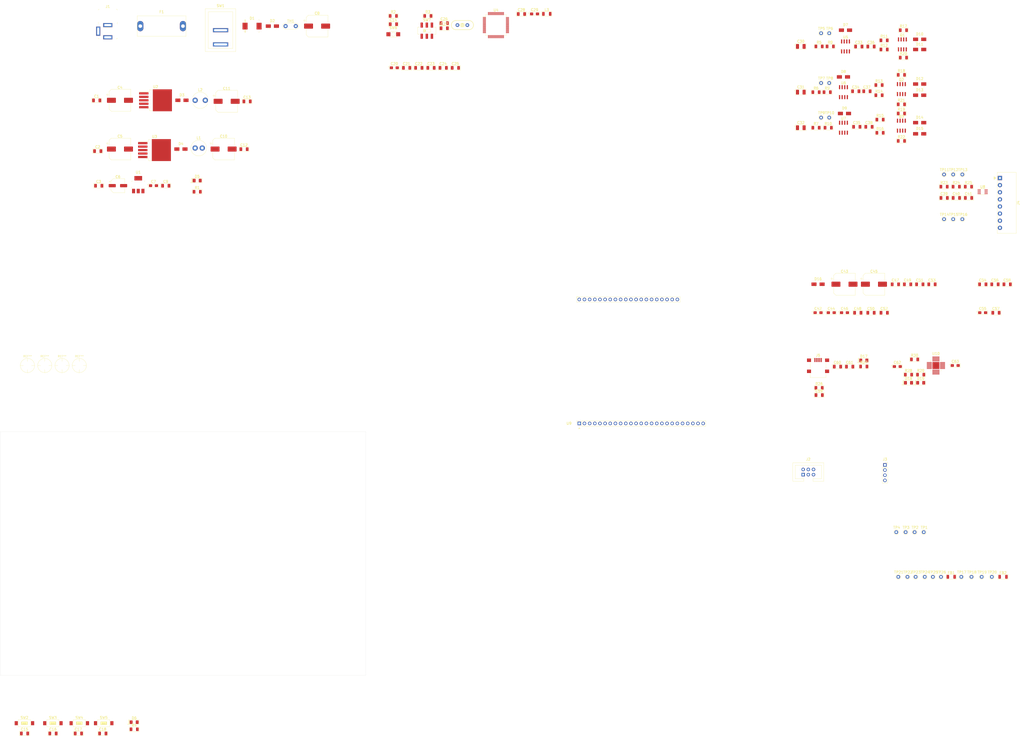
<source format=kicad_pcb>
(kicad_pcb (version 20171130) (host pcbnew "(5.1.7)-1")
  (title_block (title "BLDC Motor Controller") (date 2021-02-02) (rev "Ver 2.0A") (company Arkx) (comment 1 "Designed by Ganghyeok Lim"))
  (layers (0 F.Cu signal) (31 B.Cu signal) (34 B.Paste user) (35 F.Paste user) (36 B.SilkS user) (37 F.SilkS user) (38 B.Mask user) (39 F.Mask user) (44 Edge.Cuts user))
  (net 0 "")
  (net 1 +24V)
  (net 2 GND)
  (net 3 +5V)
  (net 4 +3.3V)
  (net 5 GNDPWR)
  (net 6 +12V)
  (net 7 NRST)
  (net 8 SW1)
  (net 9 SW2)
  (net 10 SW3)
  (net 11 SW4)
  (net 12 "Net-(C26-Pad1)")
  (net 13 "Net-(C27-Pad1)")
  (net 14 "Net-(C28-Pad1)")
  (net 15 "Net-(C33-Pad1)")
  (net 16 "Net-(C33-Pad2)")
  (net 17 "Net-(C34-Pad1)")
  (net 18 "Net-(C34-Pad2)")
  (net 19 "Net-(C35-Pad1)")
  (net 20 "Net-(C35-Pad2)")
  (net 21 "Net-(C39-Pad1)")
  (net 22 "Net-(C40-Pad1)")
  (net 23 "Net-(C41-Pad1)")
  (net 24 GNDA)
  (net 25 "Net-(C59-Pad1)")
  (net 26 D+)
  (net 27 D-)
  (net 28 VBUS)
  (net 29 "Net-(D1-PadA)")
  (net 30 "Net-(D1-PadK)")
  (net 31 "Net-(D3-PadK)")
  (net 32 "Net-(D4-PadK)")
  (net 33 "Net-(D5-Pad1)")
  (net 34 "Net-(D6-Pad1)")
  (net 35 DEBUG1)
  (net 36 "Net-(D17-Pad1)")
  (net 37 "Net-(D18-Pad1)")
  (net 38 "Net-(D19-Pad1)")
  (net 39 "Net-(F1-Pad1)")
  (net 40 "Net-(F1-Pad2)")
  (net 41 "Net-(J1-Pad3)")
  (net 42 SWDIO)
  (net 43 "Net-(J2-Pad4)")
  (net 44 SWCLK)
  (net 45 UART3_TX)
  (net 46 UART3_RX)
  (net 47 "Net-(J5-Pad4)")
  (net 48 "Net-(Q1-Pad4)")
  (net 49 "Net-(Q1-Pad2)")
  (net 50 "Net-(Q2-Pad4)")
  (net 51 "Net-(Q2-Pad2)")
  (net 52 "Net-(Q3-Pad2)")
  (net 53 "Net-(Q3-Pad4)")
  (net 54 BOOT0)
  (net 55 UT)
  (net 56 VT)
  (net 57 WT)
  (net 58 UB)
  (net 59 VB)
  (net 60 WB)
  (net 61 "Net-(R11-Pad2)")
  (net 62 "Net-(R12-Pad2)")
  (net 63 "Net-(R13-Pad2)")
  (net 64 "Net-(R14-Pad2)")
  (net 65 "Net-(R15-Pad2)")
  (net 66 "Net-(R16-Pad2)")
  (net 67 "Net-(R30-Pad2)")
  (net 68 HA)
  (net 69 HB)
  (net 70 HC)
  (net 71 TFT_D13)
  (net 72 TFT_D14)
  (net 73 TFT_D15)
  (net 74 TFT_D0)
  (net 75 TFT_D1)
  (net 76 TFT_D2)
  (net 77 TFT_D3)
  (net 78 "Net-(U4-Pad20)")
  (net 79 TFT_D4)
  (net 80 TFT_D5)
  (net 81 "Net-(U4-Pad33)")
  (net 82 SPI2_SCK)
  (net 83 SPI2_MISO)
  (net 84 SPI2_MOSI)
  (net 85 TFT_D6)
  (net 86 TFT_D7)
  (net 87 TFT_D8)
  (net 88 TFT_D9)
  (net 89 ~TFT_RST)
  (net 90 ~TFT_CS)
  (net 91 TFT_RS)
  (net 92 ~TFT_WR)
  (net 93 "Net-(U4-Pad45)")
  (net 94 "Net-(U4-Pad50)")
  (net 95 TFT_D10)
  (net 96 TFT_D11)
  (net 97 TFT_D12)
  (net 98 ~TS_CS)
  (net 99 ~TS_INT)
  (net 100 "Net-(U4-Pad57)")
  (net 101 "Net-(U4-Pad62)")
  (net 102 "Net-(U9-Pad30)")
  (net 103 "Net-(U9-Pad32)")
  (net 104 "Net-(U9-Pad33)")
  (net 105 "Net-(U9-Pad31)")
  (net 106 "Net-(U9-Pad29)")
  (net 107 "Net-(U9-Pad42)")
  (net 108 "Net-(U9-Pad39)")
  (net 109 "Net-(U9-Pad40)")
  (net 110 "Net-(U9-Pad44)")
  (net 111 "Net-(U9-Pad43)")
  (net 112 "Net-(U9-Pad41)")
  (net 113 "Net-(U10-Pad22)")
  (net 114 "Net-(U10-Pad15)")
  (net 115 "Net-(U10-Pad1)")
  (net 116 "Net-(U10-Pad2)")
  (net 117 "Net-(U10-Pad10)")
  (net 118 "Net-(U10-Pad11)")
  (net 119 "Net-(U10-Pad12)")
  (net 120 "Net-(U10-Pad13)")
  (net 121 "Net-(U10-Pad14)")
  (net 122 "Net-(U10-Pad16)")
  (net 123 "Net-(U10-Pad17)")
  (net 124 "Net-(U10-Pad18)")
  (net 125 "Net-(U10-Pad19)")
  (net 126 "Net-(U10-Pad20)")
  (net 127 "Net-(U10-Pad21)")
  (net 128 "Net-(U10-Pad23)")
  (net 129 "Net-(U10-Pad24)")
  (net 130 "Net-(U10-Pad27)")
  (net 131 "Net-(U10-Pad28)")
  (module My_Libraries:MountHall_M3_3.2mm (layer F.Cu) (at 96 0.5)
    (fp_text reference REF** (at 0 -4.5) (layer F.SilkS))
    (fp_text value MountHall_M3_3.2mm)
    (pad 1 np_thru_hole circle (at 0 0) (size 3.2 3.2) (drill 3.2) (layers *.Cu *.Mask))
  )
  (module My_Libraries:MountHall_M3_3.2mm (layer F.Cu) (at 87.5 0.5)
    (fp_text reference REF** (at 0 -4.5) (layer F.SilkS))
    (fp_text value MountHall_M3_3.2mm)
    (pad 1 np_thru_hole circle (at 0 0) (size 3.2 3.2) (drill 3.2) (layers *.Cu *.Mask))
  )
  (module My_Libraries:MountHall_M3_3.2mm (layer F.Cu) (at 79 0.5)
    (fp_text reference REF** (at 0 -4.5) (layer F.SilkS))
    (fp_text value MountHall_M3_3.2mm)
    (pad 1 np_thru_hole circle (at 0 0) (size 3.2 3.2) (drill 3.2) (layers *.Cu *.Mask))
  )
  (module My_Libraries:MountHall_M3_3.2mm (layer F.Cu) (at 70.5 0.5)
    (fp_text reference REF** (at 0 -4.5) (layer F.SilkS))
    (fp_text value MountHall_M3_3.2mm)
    (pad 1 np_thru_hole circle (at 0 0) (size 3.2 3.2) (drill 3.2) (layers *.Cu *.Mask))
  )
  (module My_Libraries:C3216_Metric (layer F.Cu) (at 104.5 -130)
    (fp_text reference C1 (at 0 -2) (layer F.SilkS) (effects (font (size 1.25 1.25) (thickness 0.25))))
    (fp_text value 100nF)
    (pad 1 smd roundrect (at -1.5125 0.05) (size 1.325 1.8) (layers F.Cu F.Paste F.Mask) (roundrect_rratio 0.188679) (net 1 +24V))
    (pad 2 smd roundrect (at 1.6125 0.05) (size 1.325 1.8) (layers F.Cu F.Paste F.Mask) (roundrect_rratio 0.188679) (net 2 GND))
  )
  (module My_Libraries:C3216_Metric (layer F.Cu) (at 105.0125 -105.05)
    (fp_text reference C2 (at 0 -2) (layer F.SilkS) (effects (font (size 1.25 1.25) (thickness 0.25))))
    (fp_text value 100nF)
    (pad 1 smd roundrect (at -1.5125 0.05) (size 1.325 1.8) (layers F.Cu F.Paste F.Mask) (roundrect_rratio 0.188679) (net 1 +24V))
    (pad 2 smd roundrect (at 1.6125 0.05) (size 1.325 1.8) (layers F.Cu F.Paste F.Mask) (roundrect_rratio 0.188679) (net 2 GND))
  )
  (module My_Libraries:C3216_Metric (layer F.Cu) (at 105.5 -88)
    (fp_text reference C3 (at 0 -2) (layer F.SilkS) (effects (font (size 1.25 1.25) (thickness 0.25))))
    (fp_text value 100nF)
    (pad 1 smd roundrect (at -1.5125 0.05) (size 1.325 1.8) (layers F.Cu F.Paste F.Mask) (roundrect_rratio 0.188679) (net 3 +5V))
    (pad 2 smd roundrect (at 1.6125 0.05) (size 1.325 1.8) (layers F.Cu F.Paste F.Mask) (roundrect_rratio 0.188679) (net 2 GND))
  )
  (module Capacitor_SMD:CP_Elec_10x10.5 (layer F.Cu) (at 116 -130)
    (fp_text reference C4 (at 0 -6.3) (layer F.SilkS) (effects (font (size 1.25 1.25) (thickness 0.25))))
    (fp_text value 330uF/35V)
    (pad 2 smd roundrect (at 4.2 0) (size 4.4 2.5) (layers F.Cu F.Paste F.Mask) (roundrect_rratio 0.1) (net 2 GND))
    (pad 1 smd roundrect (at -4.2 0) (size 4.4 2.5) (layers F.Cu F.Paste F.Mask) (roundrect_rratio 0.1) (net 1 +24V))
  )
  (module Capacitor_SMD:CP_Elec_10x10.5 (layer F.Cu) (at 116 -106)
    (fp_text reference C5 (at 0 -6.3) (layer F.SilkS) (effects (font (size 1.25 1.25) (thickness 0.25))))
    (fp_text value 330uF/35V)
    (pad 1 smd roundrect (at -4.2 0) (size 4.4 2.5) (layers F.Cu F.Paste F.Mask) (roundrect_rratio 0.1) (net 1 +24V))
    (pad 2 smd roundrect (at 4.2 0) (size 4.4 2.5) (layers F.Cu F.Paste F.Mask) (roundrect_rratio 0.1) (net 2 GND))
  )
  (module Capacitor_SMD:CP_Elec_6.3x5.3 (layer F.Cu) (at 115 -88)
    (fp_text reference C6 (at 0 -4.35) (layer F.SilkS) (effects (font (size 1.25 1.25) (thickness 0.25))))
    (fp_text value 100uF/16V)
    (pad 1 smd roundrect (at -2.8 0) (size 3.5 1.6) (layers F.Cu F.Paste F.Mask) (roundrect_rratio 0.15625) (net 3 +5V))
    (pad 2 smd roundrect (at 2.8 0) (size 3.5 1.6) (layers F.Cu F.Paste F.Mask) (roundrect_rratio 0.15625) (net 2 GND))
  )
  (module My_Libraries:C3216_Tantal_Metric (layer F.Cu) (at 132.5 -88)
    (fp_text reference C7 (at 0 -2) (layer F.SilkS) (effects (font (size 1.25 1.25) (thickness 0.25))))
    (fp_text value 10uF/16V)
    (pad 1 smd roundrect (at -1.4375 0) (size 1.575 1.35) (layers F.Cu F.Paste F.Mask) (roundrect_rratio 0.185185) (net 4 +3.3V))
    (pad 2 smd roundrect (at 1.4375 0) (size 1.575 1.35) (layers F.Cu F.Paste F.Mask) (roundrect_rratio 0.185185) (net 2 GND))
  )
  (module Capacitor_SMD:CP_Elec_10x10.5 (layer F.Cu) (at 213 -166.5)
    (fp_text reference C8 (at 0 -6.3) (layer F.SilkS) (effects (font (size 1.25 1.25) (thickness 0.25))))
    (fp_text value 330uF/35V)
    (pad 1 smd roundrect (at -4.2 0) (size 4.4 2.5) (layers F.Cu F.Paste F.Mask) (roundrect_rratio 0.1) (net 1 +24V))
    (pad 2 smd roundrect (at 4.2 0) (size 4.4 2.5) (layers F.Cu F.Paste F.Mask) (roundrect_rratio 0.1) (net 5 GNDPWR))
  )
  (module My_Libraries:C3216_Metric (layer F.Cu) (at 138.5 -88)
    (fp_text reference C9 (at 0 -2) (layer F.SilkS) (effects (font (size 1.25 1.25) (thickness 0.25))))
    (fp_text value 100nF)
    (pad 1 smd roundrect (at -1.5125 0.05) (size 1.325 1.8) (layers F.Cu F.Paste F.Mask) (roundrect_rratio 0.188679) (net 4 +3.3V))
    (pad 2 smd roundrect (at 1.6125 0.05) (size 1.325 1.8) (layers F.Cu F.Paste F.Mask) (roundrect_rratio 0.188679) (net 2 GND))
  )
  (module Capacitor_SMD:CP_Elec_10x10.5 (layer F.Cu) (at 167 -106)
    (fp_text reference C10 (at 0 -6.3) (layer F.SilkS) (effects (font (size 1.25 1.25) (thickness 0.25))))
    (fp_text value 330uF/35V)
    (pad 2 smd roundrect (at 4.2 0) (size 4.4 2.5) (layers F.Cu F.Paste F.Mask) (roundrect_rratio 0.1) (net 2 GND))
    (pad 1 smd roundrect (at -4.2 0) (size 4.4 2.5) (layers F.Cu F.Paste F.Mask) (roundrect_rratio 0.1) (net 3 +5V))
  )
  (module Capacitor_SMD:CP_Elec_10x10.5 (layer F.Cu) (at 168.5 -129.5)
    (fp_text reference C11 (at 0 -6.3) (layer F.SilkS) (effects (font (size 1.25 1.25) (thickness 0.25))))
    (fp_text value 330uF/35V)
    (pad 2 smd roundrect (at 4.2 0) (size 4.4 2.5) (layers F.Cu F.Paste F.Mask) (roundrect_rratio 0.1) (net 2 GND))
    (pad 1 smd roundrect (at -4.2 0) (size 4.4 2.5) (layers F.Cu F.Paste F.Mask) (roundrect_rratio 0.1) (net 6 +12V))
  )
  (module My_Libraries:C3216_Metric (layer F.Cu) (at 177 -106)
    (fp_text reference C12 (at 0 -2) (layer F.SilkS) (effects (font (size 1.25 1.25) (thickness 0.25))))
    (fp_text value 100nF)
    (pad 2 smd roundrect (at 1.6125 0.05) (size 1.325 1.8) (layers F.Cu F.Paste F.Mask) (roundrect_rratio 0.188679) (net 2 GND))
    (pad 1 smd roundrect (at -1.5125 0.05) (size 1.325 1.8) (layers F.Cu F.Paste F.Mask) (roundrect_rratio 0.188679) (net 3 +5V))
  )
  (module My_Libraries:C3216_Metric (layer F.Cu) (at 178.5 -129.5)
    (fp_text reference C13 (at 0 -2) (layer F.SilkS) (effects (font (size 1.25 1.25) (thickness 0.25))))
    (fp_text value 100nF)
    (pad 2 smd roundrect (at 1.6125 0.05) (size 1.325 1.8) (layers F.Cu F.Paste F.Mask) (roundrect_rratio 0.188679) (net 2 GND))
    (pad 1 smd roundrect (at -1.5125 0.05) (size 1.325 1.8) (layers F.Cu F.Paste F.Mask) (roundrect_rratio 0.188679) (net 6 +12V))
  )
  (module My_Libraries:C3216_Metric (layer F.Cu) (at 250.5 -167.5)
    (fp_text reference C14 (at 0 -2) (layer F.SilkS) (effects (font (size 1.25 1.25) (thickness 0.25))))
    (fp_text value 100nF)
    (pad 2 smd roundrect (at 1.6125 0.05) (size 1.325 1.8) (layers F.Cu F.Paste F.Mask) (roundrect_rratio 0.188679) (net 2 GND))
    (pad 1 smd roundrect (at -1.5125 0.05) (size 1.325 1.8) (layers F.Cu F.Paste F.Mask) (roundrect_rratio 0.188679) (net 7 NRST))
  )
  (module My_Libraries:C3216_Metric (layer F.Cu) (at 69 181.5)
    (fp_text reference C15 (at 0 -2) (layer F.SilkS) (effects (font (size 1.25 1.25) (thickness 0.25))))
    (fp_text value "220nF(ED)")
    (pad 1 smd roundrect (at -1.5125 0.05) (size 1.325 1.8) (layers F.Cu F.Paste F.Mask) (roundrect_rratio 0.188679) (net 8 SW1))
    (pad 2 smd roundrect (at 1.6125 0.05) (size 1.325 1.8) (layers F.Cu F.Paste F.Mask) (roundrect_rratio 0.188679) (net 2 GND))
  )
  (module My_Libraries:C3216_Metric (layer F.Cu) (at 83 181.5)
    (fp_text reference C16 (at 0 -2) (layer F.SilkS) (effects (font (size 1.25 1.25) (thickness 0.25))))
    (fp_text value "220nF(ED)")
    (pad 2 smd roundrect (at 1.6125 0.05) (size 1.325 1.8) (layers F.Cu F.Paste F.Mask) (roundrect_rratio 0.188679) (net 2 GND))
    (pad 1 smd roundrect (at -1.5125 0.05) (size 1.325 1.8) (layers F.Cu F.Paste F.Mask) (roundrect_rratio 0.188679) (net 9 SW2))
  )
  (module My_Libraries:C3216_Metric (layer F.Cu) (at 95.5 181.5)
    (fp_text reference C17 (at 0 -2) (layer F.SilkS) (effects (font (size 1.25 1.25) (thickness 0.25))))
    (fp_text value "220nF(ED)")
    (pad 1 smd roundrect (at -1.5125 0.05) (size 1.325 1.8) (layers F.Cu F.Paste F.Mask) (roundrect_rratio 0.188679) (net 10 SW3))
    (pad 2 smd roundrect (at 1.6125 0.05) (size 1.325 1.8) (layers F.Cu F.Paste F.Mask) (roundrect_rratio 0.188679) (net 2 GND))
  )
  (module My_Libraries:C3216_Metric (layer F.Cu) (at 107.5 181.5)
    (fp_text reference C18 (at 0 -2) (layer F.SilkS) (effects (font (size 1.25 1.25) (thickness 0.25))))
    (fp_text value "220nF(ED)")
    (pad 2 smd roundrect (at 1.6125 0.05) (size 1.325 1.8) (layers F.Cu F.Paste F.Mask) (roundrect_rratio 0.188679) (net 2 GND))
    (pad 1 smd roundrect (at -1.5125 0.05) (size 1.325 1.8) (layers F.Cu F.Paste F.Mask) (roundrect_rratio 0.188679) (net 11 SW4))
  )
  (module My_Libraries:C3216_Tantal_Metric (layer F.Cu) (at 251 -146)
    (fp_text reference C20 (at 0 -2) (layer F.SilkS) (effects (font (size 1.25 1.25) (thickness 0.25))))
    (fp_text value 10uF/16V)
    (pad 1 smd roundrect (at -1.4375 0) (size 1.575 1.35) (layers F.Cu F.Paste F.Mask) (roundrect_rratio 0.185185) (net 4 +3.3V))
    (pad 2 smd roundrect (at 1.4375 0) (size 1.575 1.35) (layers F.Cu F.Paste F.Mask) (roundrect_rratio 0.185185) (net 2 GND))
  )
  (module My_Libraries:C3216_Metric (layer F.Cu) (at 257 -146)
    (fp_text reference C21 (at 0 -2) (layer F.SilkS) (effects (font (size 1.25 1.25) (thickness 0.25))))
    (fp_text value 100nF)
    (pad 1 smd roundrect (at -1.5125 0.05) (size 1.325 1.8) (layers F.Cu F.Paste F.Mask) (roundrect_rratio 0.188679) (net 4 +3.3V))
    (pad 2 smd roundrect (at 1.6125 0.05) (size 1.325 1.8) (layers F.Cu F.Paste F.Mask) (roundrect_rratio 0.188679) (net 2 GND))
  )
  (module My_Libraries:C3216_Metric (layer F.Cu) (at 263 -146)
    (fp_text reference C22 (at 0 -2) (layer F.SilkS) (effects (font (size 1.25 1.25) (thickness 0.25))))
    (fp_text value 100nF)
    (pad 2 smd roundrect (at 1.6125 0.05) (size 1.325 1.8) (layers F.Cu F.Paste F.Mask) (roundrect_rratio 0.188679) (net 2 GND))
    (pad 1 smd roundrect (at -1.5125 0.05) (size 1.325 1.8) (layers F.Cu F.Paste F.Mask) (roundrect_rratio 0.188679) (net 4 +3.3V))
  )
  (module My_Libraries:C3216_Metric (layer F.Cu) (at 269 -146)
    (fp_text reference C23 (at 0 -2) (layer F.SilkS) (effects (font (size 1.25 1.25) (thickness 0.25))))
    (fp_text value 100nF)
    (pad 2 smd roundrect (at 1.6125 0.05) (size 1.325 1.8) (layers F.Cu F.Paste F.Mask) (roundrect_rratio 0.188679) (net 2 GND))
    (pad 1 smd roundrect (at -1.5125 0.05) (size 1.325 1.8) (layers F.Cu F.Paste F.Mask) (roundrect_rratio 0.188679) (net 4 +3.3V))
  )
  (module My_Libraries:C3216_Metric (layer F.Cu) (at 275 -146)
    (fp_text reference C24 (at 0 -2) (layer F.SilkS) (effects (font (size 1.25 1.25) (thickness 0.25))))
    (fp_text value 100nF)
    (pad 1 smd roundrect (at -1.5125 0.05) (size 1.325 1.8) (layers F.Cu F.Paste F.Mask) (roundrect_rratio 0.188679) (net 4 +3.3V))
    (pad 2 smd roundrect (at 1.6125 0.05) (size 1.325 1.8) (layers F.Cu F.Paste F.Mask) (roundrect_rratio 0.188679) (net 2 GND))
  )
  (module My_Libraries:C3216_Metric (layer F.Cu) (at 281 -146)
    (fp_text reference C25 (at 0 -2) (layer F.SilkS) (effects (font (size 1.25 1.25) (thickness 0.25))))
    (fp_text value 100nF)
    (pad 2 smd roundrect (at 1.6125 0.05) (size 1.325 1.8) (layers F.Cu F.Paste F.Mask) (roundrect_rratio 0.188679) (net 2 GND))
    (pad 1 smd roundrect (at -1.5125 0.05) (size 1.325 1.8) (layers F.Cu F.Paste F.Mask) (roundrect_rratio 0.188679) (net 4 +3.3V))
  )
  (module My_Libraries:C3216_Metric (layer F.Cu) (at 275.5 -168)
    (fp_text reference C26 (at 0 -2) (layer F.SilkS) (effects (font (size 1.25 1.25) (thickness 0.25))))
    (fp_text value 20pF)
    (pad 1 smd roundrect (at -1.5125 0.05) (size 1.325 1.8) (layers F.Cu F.Paste F.Mask) (roundrect_rratio 0.188679) (net 12 "Net-(C26-Pad1)"))
    (pad 2 smd roundrect (at 1.6125 0.05) (size 1.325 1.8) (layers F.Cu F.Paste F.Mask) (roundrect_rratio 0.188679) (net 2 GND))
  )
  (module My_Libraries:C3216_Metric (layer F.Cu) (at 275.5 -165.5)
    (fp_text reference C27 (at 0 -2) (layer F.SilkS) (effects (font (size 1.25 1.25) (thickness 0.25))))
    (fp_text value 20pF)
    (pad 2 smd roundrect (at 1.6125 0.05) (size 1.325 1.8) (layers F.Cu F.Paste F.Mask) (roundrect_rratio 0.188679) (net 2 GND))
    (pad 1 smd roundrect (at -1.5125 0.05) (size 1.325 1.8) (layers F.Cu F.Paste F.Mask) (roundrect_rratio 0.188679) (net 13 "Net-(C27-Pad1)"))
  )
  (module My_Libraries:C3216_Metric (layer F.Cu) (at 313.5 -172.5)
    (fp_text reference C28 (at 0 -2) (layer F.SilkS) (effects (font (size 1.25 1.25) (thickness 0.25))))
    (fp_text value 100nF)
    (pad 1 smd roundrect (at -1.5125 0.05) (size 1.325 1.8) (layers F.Cu F.Paste F.Mask) (roundrect_rratio 0.188679) (net 14 "Net-(C28-Pad1)"))
    (pad 2 smd roundrect (at 1.6125 0.05) (size 1.325 1.8) (layers F.Cu F.Paste F.Mask) (roundrect_rratio 0.188679) (net 2 GND))
  )
  (module My_Libraries:C3216_Tantal_Metric (layer F.Cu) (at 320 -172.5)
    (fp_text reference C29 (at 0 -2) (layer F.SilkS) (effects (font (size 1.25 1.25) (thickness 0.25))))
    (fp_text value 1uF/16V)
    (pad 2 smd roundrect (at 1.4375 0) (size 1.575 1.35) (layers F.Cu F.Paste F.Mask) (roundrect_rratio 0.185185) (net 2 GND))
    (pad 1 smd roundrect (at -1.4375 0) (size 1.575 1.35) (layers F.Cu F.Paste F.Mask) (roundrect_rratio 0.185185) (net 14 "Net-(C28-Pad1)"))
  )
  (module My_Libraries:C3528_Tantal_Metric (layer F.Cu) (at 451 -156.5)
    (fp_text reference C30 (at 0 -2.5) (layer F.SilkS) (effects (font (size 1.25 1.25) (thickness 0.25))))
    (fp_text value 10uF/25V)
    (pad 2 smd roundrect (at 1.635 0) (size 1.5 2.35) (layers F.Cu F.Paste F.Mask) (roundrect_rratio 0.166667) (net 2 GND))
    (pad 1 smd roundrect (at -1.615 0) (size 1.5 2.35) (layers F.Cu F.Paste F.Mask) (roundrect_rratio 0.166667) (net 6 +12V))
  )
  (module My_Libraries:C3528_Tantal_Metric (layer F.Cu) (at 451 -134)
    (fp_text reference C31 (at 0 -2.5) (layer F.SilkS) (effects (font (size 1.25 1.25) (thickness 0.25))))
    (fp_text value 10uF/25V)
    (pad 2 smd roundrect (at 1.635 0) (size 1.5 2.35) (layers F.Cu F.Paste F.Mask) (roundrect_rratio 0.166667) (net 2 GND))
    (pad 1 smd roundrect (at -1.615 0) (size 1.5 2.35) (layers F.Cu F.Paste F.Mask) (roundrect_rratio 0.166667) (net 6 +12V))
  )
  (module My_Libraries:C3528_Tantal_Metric (layer F.Cu) (at 451 -116.5)
    (fp_text reference C32 (at 0 -2.5) (layer F.SilkS) (effects (font (size 1.25 1.25) (thickness 0.25))))
    (fp_text value 10uF/25V)
    (pad 1 smd roundrect (at -1.615 0) (size 1.5 2.35) (layers F.Cu F.Paste F.Mask) (roundrect_rratio 0.166667) (net 6 +12V))
    (pad 2 smd roundrect (at 1.635 0) (size 1.5 2.35) (layers F.Cu F.Paste F.Mask) (roundrect_rratio 0.166667) (net 2 GND))
  )
  (module My_Libraries:C3216_Metric (layer F.Cu) (at 479.5 -156.5)
    (fp_text reference C33 (at 0 -2) (layer F.SilkS) (effects (font (size 1.25 1.25) (thickness 0.25))))
    (fp_text value 2.2uF)
    (pad 1 smd roundrect (at -1.5125 0.05) (size 1.325 1.8) (layers F.Cu F.Paste F.Mask) (roundrect_rratio 0.188679) (net 15 "Net-(C33-Pad1)"))
    (pad 2 smd roundrect (at 1.6125 0.05) (size 1.325 1.8) (layers F.Cu F.Paste F.Mask) (roundrect_rratio 0.188679) (net 16 "Net-(C33-Pad2)"))
  )
  (module My_Libraries:C3216_Metric (layer F.Cu) (at 478 -134.5)
    (fp_text reference C34 (at 0 -2) (layer F.SilkS) (effects (font (size 1.25 1.25) (thickness 0.25))))
    (fp_text value 2.2uF)
    (pad 1 smd roundrect (at -1.5125 0.05) (size 1.325 1.8) (layers F.Cu F.Paste F.Mask) (roundrect_rratio 0.188679) (net 17 "Net-(C34-Pad1)"))
    (pad 2 smd roundrect (at 1.6125 0.05) (size 1.325 1.8) (layers F.Cu F.Paste F.Mask) (roundrect_rratio 0.188679) (net 18 "Net-(C34-Pad2)"))
  )
  (module My_Libraries:C3216_Metric (layer F.Cu) (at 478.5 -117)
    (fp_text reference C35 (at 0 -2) (layer F.SilkS) (effects (font (size 1.25 1.25) (thickness 0.25))))
    (fp_text value 2.2uF)
    (pad 1 smd roundrect (at -1.5125 0.05) (size 1.325 1.8) (layers F.Cu F.Paste F.Mask) (roundrect_rratio 0.188679) (net 19 "Net-(C35-Pad1)"))
    (pad 2 smd roundrect (at 1.6125 0.05) (size 1.325 1.8) (layers F.Cu F.Paste F.Mask) (roundrect_rratio 0.188679) (net 20 "Net-(C35-Pad2)"))
  )
  (module My_Libraries:C3216_Metric (layer F.Cu) (at 485.5 -156.5)
    (fp_text reference C36 (at 0 -2) (layer F.SilkS) (effects (font (size 1.25 1.25) (thickness 0.25))))
    (fp_text value 100nF)
    (pad 2 smd roundrect (at 1.6125 0.05) (size 1.325 1.8) (layers F.Cu F.Paste F.Mask) (roundrect_rratio 0.188679) (net 16 "Net-(C33-Pad2)"))
    (pad 1 smd roundrect (at -1.5125 0.05) (size 1.325 1.8) (layers F.Cu F.Paste F.Mask) (roundrect_rratio 0.188679) (net 15 "Net-(C33-Pad1)"))
  )
  (module My_Libraries:C3216_Metric (layer F.Cu) (at 483.5 -134.5)
    (fp_text reference C37 (at 0 -2) (layer F.SilkS) (effects (font (size 1.25 1.25) (thickness 0.25))))
    (fp_text value 100nF)
    (pad 2 smd roundrect (at 1.6125 0.05) (size 1.325 1.8) (layers F.Cu F.Paste F.Mask) (roundrect_rratio 0.188679) (net 18 "Net-(C34-Pad2)"))
    (pad 1 smd roundrect (at -1.5125 0.05) (size 1.325 1.8) (layers F.Cu F.Paste F.Mask) (roundrect_rratio 0.188679) (net 17 "Net-(C34-Pad1)"))
  )
  (module My_Libraries:C3216_Metric (layer F.Cu) (at 484.5 -117)
    (fp_text reference C38 (at 0 -2) (layer F.SilkS) (effects (font (size 1.25 1.25) (thickness 0.25))))
    (fp_text value 100nF)
    (pad 1 smd roundrect (at -1.5125 0.05) (size 1.325 1.8) (layers F.Cu F.Paste F.Mask) (roundrect_rratio 0.188679) (net 19 "Net-(C35-Pad1)"))
    (pad 2 smd roundrect (at 1.6125 0.05) (size 1.325 1.8) (layers F.Cu F.Paste F.Mask) (roundrect_rratio 0.188679) (net 20 "Net-(C35-Pad2)"))
  )
  (module My_Libraries:C3216_Metric (layer F.Cu) (at 521.5 -82)
    (fp_text reference C39 (at 0 -2) (layer F.SilkS) (effects (font (size 1.25 1.25) (thickness 0.25))))
    (fp_text value 330pF)
    (pad 2 smd roundrect (at 1.6125 0.05) (size 1.325 1.8) (layers F.Cu F.Paste F.Mask) (roundrect_rratio 0.188679) (net 2 GND))
    (pad 1 smd roundrect (at -1.5125 0.05) (size 1.325 1.8) (layers F.Cu F.Paste F.Mask) (roundrect_rratio 0.188679) (net 21 "Net-(C39-Pad1)"))
  )
  (module My_Libraries:C3216_Metric (layer F.Cu) (at 527.5 -82)
    (fp_text reference C40 (at 0 -2) (layer F.SilkS) (effects (font (size 1.25 1.25) (thickness 0.25))))
    (fp_text value 330pF)
    (pad 2 smd roundrect (at 1.6125 0.05) (size 1.325 1.8) (layers F.Cu F.Paste F.Mask) (roundrect_rratio 0.188679) (net 2 GND))
    (pad 1 smd roundrect (at -1.5125 0.05) (size 1.325 1.8) (layers F.Cu F.Paste F.Mask) (roundrect_rratio 0.188679) (net 22 "Net-(C40-Pad1)"))
  )
  (module My_Libraries:C3216_Metric (layer F.Cu) (at 533.5 -82)
    (fp_text reference C41 (at 0 -2) (layer F.SilkS) (effects (font (size 1.25 1.25) (thickness 0.25))))
    (fp_text value 330pF)
    (pad 1 smd roundrect (at -1.5125 0.05) (size 1.325 1.8) (layers F.Cu F.Paste F.Mask) (roundrect_rratio 0.188679) (net 23 "Net-(C41-Pad1)"))
    (pad 2 smd roundrect (at 1.6125 0.05) (size 1.325 1.8) (layers F.Cu F.Paste F.Mask) (roundrect_rratio 0.188679) (net 2 GND))
  )
  (module My_Libraries:C3216_Tantal_Metric (layer F.Cu) (at 459.5 -25.5)
    (fp_text reference C42 (at 0 -2) (layer F.SilkS) (effects (font (size 1.25 1.25) (thickness 0.25))))
    (fp_text value 10uF/16V)
    (pad 2 smd roundrect (at 1.4375 0) (size 1.575 1.35) (layers F.Cu F.Paste F.Mask) (roundrect_rratio 0.185185) (net 2 GND))
    (pad 1 smd roundrect (at -1.4375 0) (size 1.575 1.35) (layers F.Cu F.Paste F.Mask) (roundrect_rratio 0.185185) (net 4 +3.3V))
  )
  (module Capacitor_SMD:CP_Elec_10x10.5 (layer F.Cu) (at 472.5 -39.5)
    (fp_text reference C43 (at 0 -6.3) (layer F.SilkS) (effects (font (size 1.25 1.25) (thickness 0.25))))
    (fp_text value 470uF/35V)
    (pad 1 smd roundrect (at -4.2 0) (size 4.4 2.5) (layers F.Cu F.Paste F.Mask) (roundrect_rratio 0.1) (net 1 +24V))
    (pad 2 smd roundrect (at 4.2 0) (size 4.4 2.5) (layers F.Cu F.Paste F.Mask) (roundrect_rratio 0.1) (net 24 GNDA))
  )
  (module My_Libraries:C3216_Tantal_Metric (layer F.Cu) (at 466 -25.5)
    (fp_text reference C44 (at 0 -2) (layer F.SilkS) (effects (font (size 1.25 1.25) (thickness 0.25))))
    (fp_text value 10uF/16V)
    (pad 2 smd roundrect (at 1.4375 0) (size 1.575 1.35) (layers F.Cu F.Paste F.Mask) (roundrect_rratio 0.185185) (net 2 GND))
    (pad 1 smd roundrect (at -1.4375 0) (size 1.575 1.35) (layers F.Cu F.Paste F.Mask) (roundrect_rratio 0.185185) (net 4 +3.3V))
  )
  (module Capacitor_SMD:CP_Elec_10x10.5 (layer F.Cu) (at 487 -39.5)
    (fp_text reference C45 (at 0 -6.3) (layer F.SilkS) (effects (font (size 1.25 1.25) (thickness 0.25))))
    (fp_text value 470uF/35V)
    (pad 1 smd roundrect (at -4.2 0) (size 4.4 2.5) (layers F.Cu F.Paste F.Mask) (roundrect_rratio 0.1) (net 1 +24V))
    (pad 2 smd roundrect (at 4.2 0) (size 4.4 2.5) (layers F.Cu F.Paste F.Mask) (roundrect_rratio 0.1) (net 24 GNDA))
  )
  (module My_Libraries:C3216_Tantal_Metric (layer F.Cu) (at 472.5 -25.5)
    (fp_text reference C46 (at 0 -2) (layer F.SilkS) (effects (font (size 1.25 1.25) (thickness 0.25))))
    (fp_text value 10uF/16V)
    (pad 1 smd roundrect (at -1.4375 0) (size 1.575 1.35) (layers F.Cu F.Paste F.Mask) (roundrect_rratio 0.185185) (net 4 +3.3V))
    (pad 2 smd roundrect (at 1.4375 0) (size 1.575 1.35) (layers F.Cu F.Paste F.Mask) (roundrect_rratio 0.185185) (net 2 GND))
  )
  (module My_Libraries:C3216_Metric (layer F.Cu) (at 497.5 -39.5)
    (fp_text reference C47 (at 0 -2) (layer F.SilkS) (effects (font (size 1.25 1.25) (thickness 0.25))))
    (fp_text value 100nF)
    (pad 2 smd roundrect (at 1.6125 0.05) (size 1.325 1.8) (layers F.Cu F.Paste F.Mask) (roundrect_rratio 0.188679) (net 24 GNDA))
    (pad 1 smd roundrect (at -1.5125 0.05) (size 1.325 1.8) (layers F.Cu F.Paste F.Mask) (roundrect_rratio 0.188679) (net 1 +24V))
  )
  (module My_Libraries:C3216_Metric (layer F.Cu) (at 479 -25.5)
    (fp_text reference C48 (at 0 -2) (layer F.SilkS) (effects (font (size 1.25 1.25) (thickness 0.25))))
    (fp_text value 100nF)
    (pad 1 smd roundrect (at -1.5125 0.05) (size 1.325 1.8) (layers F.Cu F.Paste F.Mask) (roundrect_rratio 0.188679) (net 4 +3.3V))
    (pad 2 smd roundrect (at 1.6125 0.05) (size 1.325 1.8) (layers F.Cu F.Paste F.Mask) (roundrect_rratio 0.188679) (net 2 GND))
  )
  (module My_Libraries:C3216_Metric (layer F.Cu) (at 503.5 -39.5)
    (fp_text reference C49 (at 0 -2) (layer F.SilkS) (effects (font (size 1.25 1.25) (thickness 0.25))))
    (fp_text value 100nF)
    (pad 2 smd roundrect (at 1.6125 0.05) (size 1.325 1.8) (layers F.Cu F.Paste F.Mask) (roundrect_rratio 0.188679) (net 24 GNDA))
    (pad 1 smd roundrect (at -1.5125 0.05) (size 1.325 1.8) (layers F.Cu F.Paste F.Mask) (roundrect_rratio 0.188679) (net 1 +24V))
  )
  (module My_Libraries:C3216_Metric (layer F.Cu) (at 485.5 -25.5)
    (fp_text reference C50 (at 0 -2) (layer F.SilkS) (effects (font (size 1.25 1.25) (thickness 0.25))))
    (fp_text value 100nF)
    (pad 1 smd roundrect (at -1.5125 0.05) (size 1.325 1.8) (layers F.Cu F.Paste F.Mask) (roundrect_rratio 0.188679) (net 4 +3.3V))
    (pad 2 smd roundrect (at 1.6125 0.05) (size 1.325 1.8) (layers F.Cu F.Paste F.Mask) (roundrect_rratio 0.188679) (net 2 GND))
  )
  (module My_Libraries:C3216_Metric (layer F.Cu) (at 509.5 -39.5)
    (fp_text reference C51 (at 0 -2) (layer F.SilkS) (effects (font (size 1.25 1.25) (thickness 0.25))))
    (fp_text value 100nF)
    (pad 2 smd roundrect (at 1.6125 0.05) (size 1.325 1.8) (layers F.Cu F.Paste F.Mask) (roundrect_rratio 0.188679) (net 24 GNDA))
    (pad 1 smd roundrect (at -1.5125 0.05) (size 1.325 1.8) (layers F.Cu F.Paste F.Mask) (roundrect_rratio 0.188679) (net 1 +24V))
  )
  (module My_Libraries:C3216_Metric (layer F.Cu) (at 492 -25.5)
    (fp_text reference C52 (at 0 -2) (layer F.SilkS) (effects (font (size 1.25 1.25) (thickness 0.25))))
    (fp_text value 100nF)
    (pad 2 smd roundrect (at 1.6125 0.05) (size 1.325 1.8) (layers F.Cu F.Paste F.Mask) (roundrect_rratio 0.188679) (net 2 GND))
    (pad 1 smd roundrect (at -1.5125 0.05) (size 1.325 1.8) (layers F.Cu F.Paste F.Mask) (roundrect_rratio 0.188679) (net 4 +3.3V))
  )
  (module My_Libraries:C3216_Metric (layer F.Cu) (at 515.5 -39.5)
    (fp_text reference C53 (at 0 -2) (layer F.SilkS) (effects (font (size 1.25 1.25) (thickness 0.25))))
    (fp_text value 100nF)
    (pad 1 smd roundrect (at -1.5125 0.05) (size 1.325 1.8) (layers F.Cu F.Paste F.Mask) (roundrect_rratio 0.188679) (net 1 +24V))
    (pad 2 smd roundrect (at 1.6125 0.05) (size 1.325 1.8) (layers F.Cu F.Paste F.Mask) (roundrect_rratio 0.188679) (net 24 GNDA))
  )
  (module My_Libraries:C3216_Metric (layer F.Cu) (at 540.5 -39.5)
    (fp_text reference C54 (at 0 -2) (layer F.SilkS) (effects (font (size 1.25 1.25) (thickness 0.25))))
    (fp_text value 100nF)
    (pad 2 smd roundrect (at 1.6125 0.05) (size 1.325 1.8) (layers F.Cu F.Paste F.Mask) (roundrect_rratio 0.188679) (net 2 GND))
    (pad 1 smd roundrect (at -1.5125 0.05) (size 1.325 1.8) (layers F.Cu F.Paste F.Mask) (roundrect_rratio 0.188679) (net 6 +12V))
  )
  (module My_Libraries:C3216_Tantal_Metric (layer F.Cu) (at 540.5 -25.5)
    (fp_text reference C55 (at 0 -2) (layer F.SilkS) (effects (font (size 1.25 1.25) (thickness 0.25))))
    (fp_text value 10uF/16V)
    (pad 1 smd roundrect (at -1.4375 0) (size 1.575 1.35) (layers F.Cu F.Paste F.Mask) (roundrect_rratio 0.185185) (net 3 +5V))
    (pad 2 smd roundrect (at 1.4375 0) (size 1.575 1.35) (layers F.Cu F.Paste F.Mask) (roundrect_rratio 0.185185) (net 2 GND))
  )
  (module My_Libraries:C3216_Metric (layer F.Cu) (at 546.5 -39.5)
    (fp_text reference C56 (at 0 -2) (layer F.SilkS) (effects (font (size 1.25 1.25) (thickness 0.25))))
    (fp_text value 100nF)
    (pad 1 smd roundrect (at -1.5125 0.05) (size 1.325 1.8) (layers F.Cu F.Paste F.Mask) (roundrect_rratio 0.188679) (net 6 +12V))
    (pad 2 smd roundrect (at 1.6125 0.05) (size 1.325 1.8) (layers F.Cu F.Paste F.Mask) (roundrect_rratio 0.188679) (net 2 GND))
  )
  (module My_Libraries:C3216_Metric (layer F.Cu) (at 547 -25.5)
    (fp_text reference C57 (at 0 -2) (layer F.SilkS) (effects (font (size 1.25 1.25) (thickness 0.25))))
    (fp_text value 100nF)
    (pad 1 smd roundrect (at -1.5125 0.05) (size 1.325 1.8) (layers F.Cu F.Paste F.Mask) (roundrect_rratio 0.188679) (net 3 +5V))
    (pad 2 smd roundrect (at 1.6125 0.05) (size 1.325 1.8) (layers F.Cu F.Paste F.Mask) (roundrect_rratio 0.188679) (net 2 GND))
  )
  (module My_Libraries:C3216_Metric (layer F.Cu) (at 552.5 -39.5)
    (fp_text reference C58 (at 0 -2) (layer F.SilkS) (effects (font (size 1.25 1.25) (thickness 0.25))))
    (fp_text value 100nF)
    (pad 2 smd roundrect (at 1.6125 0.05) (size 1.325 1.8) (layers F.Cu F.Paste F.Mask) (roundrect_rratio 0.188679) (net 2 GND))
    (pad 1 smd roundrect (at -1.5125 0.05) (size 1.325 1.8) (layers F.Cu F.Paste F.Mask) (roundrect_rratio 0.188679) (net 6 +12V))
  )
  (module My_Libraries:C3216_Metric (layer F.Cu) (at 460 15)
    (fp_text reference C59 (at 0 -2) (layer F.SilkS) (effects (font (size 1.25 1.25) (thickness 0.25))))
    (fp_text value 100nF)
    (pad 2 smd roundrect (at 1.6125 0.05) (size 1.325 1.8) (layers F.Cu F.Paste F.Mask) (roundrect_rratio 0.188679) (net 2 GND))
    (pad 1 smd roundrect (at -1.5125 0.05) (size 1.325 1.8) (layers F.Cu F.Paste F.Mask) (roundrect_rratio 0.188679) (net 25 "Net-(C59-Pad1)"))
  )
  (module My_Libraries:C3216_Metric (layer F.Cu) (at 469 1)
    (fp_text reference C60 (at 0 -2) (layer F.SilkS) (effects (font (size 1.25 1.25) (thickness 0.25))))
    (fp_text value 15pF)
    (pad 1 smd roundrect (at -1.5125 0.05) (size 1.325 1.8) (layers F.Cu F.Paste F.Mask) (roundrect_rratio 0.188679) (net 26 D+))
    (pad 2 smd roundrect (at 1.6125 0.05) (size 1.325 1.8) (layers F.Cu F.Paste F.Mask) (roundrect_rratio 0.188679) (net 2 GND))
  )
  (module My_Libraries:C3216_Metric (layer F.Cu) (at 475 1)
    (fp_text reference C61 (at 0 -2) (layer F.SilkS) (effects (font (size 1.25 1.25) (thickness 0.25))))
    (fp_text value 15pF)
    (pad 2 smd roundrect (at 1.6125 0.05) (size 1.325 1.8) (layers F.Cu F.Paste F.Mask) (roundrect_rratio 0.188679) (net 2 GND))
    (pad 1 smd roundrect (at -1.5125 0.05) (size 1.325 1.8) (layers F.Cu F.Paste F.Mask) (roundrect_rratio 0.188679) (net 27 D-))
  )
  (module My_Libraries:C3216_Tantal_Metric (layer F.Cu) (at 498.5 1)
    (fp_text reference C62 (at 0 -2) (layer F.SilkS) (effects (font (size 1.25 1.25) (thickness 0.25))))
    (fp_text value 1uF/16V)
    (pad 2 smd roundrect (at 1.4375 0) (size 1.575 1.35) (layers F.Cu F.Paste F.Mask) (roundrect_rratio 0.185185) (net 2 GND))
    (pad 1 smd roundrect (at -1.4375 0) (size 1.575 1.35) (layers F.Cu F.Paste F.Mask) (roundrect_rratio 0.185185) (net 28 VBUS))
  )
  (module My_Libraries:C3216_Tantal_Metric (layer F.Cu) (at 527 0.5)
    (fp_text reference C63 (at 0 -2) (layer F.SilkS) (effects (font (size 1.25 1.25) (thickness 0.25))))
    (fp_text value 1uF/16V)
    (pad 1 smd roundrect (at -1.4375 0) (size 1.575 1.35) (layers F.Cu F.Paste F.Mask) (roundrect_rratio 0.185185) (net 4 +3.3V))
    (pad 2 smd roundrect (at 1.4375 0) (size 1.575 1.35) (layers F.Cu F.Paste F.Mask) (roundrect_rratio 0.185185) (net 2 GND))
  )
  (module digikey-footprints:DO-214AB (layer F.Cu) (at 181 -166.5)
    (fp_text reference D1 (at 0 -3.83) (layer F.SilkS) (effects (font (size 1.25 1.25) (thickness 0.25))))
    (fp_text value SS34)
    (pad A smd rect (at 3.45 0.01) (size 2.5 3.3) (layers F.Cu F.Paste F.Mask) (net 29 "Net-(D1-PadA)"))
    (pad K smd rect (at -3.45 0) (size 2.5 3.3) (layers F.Cu F.Paste F.Mask) (net 30 "Net-(D1-PadK)"))
  )
  (module digikey-footprints:DO-214AC (layer F.Cu) (at 191 -166.5)
    (fp_text reference D2 (at 0 -2.6) (layer F.SilkS) (effects (font (size 1.25 1.25) (thickness 0.25))))
    (fp_text value SMAJ24A)
    (pad A smd rect (at 2 0) (size 2.5 1.7) (layers F.Cu F.Paste F.Mask) (net 5 GNDPWR))
    (pad K smd rect (at -2 0) (size 2.5 1.7) (layers F.Cu F.Paste F.Mask) (net 30 "Net-(D1-PadK)"))
  )
  (module digikey-footprints:DO-214AC (layer F.Cu) (at 146.5 -130)
    (fp_text reference D3 (at 0 -2.6) (layer F.SilkS) (effects (font (size 1.25 1.25) (thickness 0.25))))
    (fp_text value SS13)
    (pad K smd rect (at -2 0) (size 2.5 1.7) (layers F.Cu F.Paste F.Mask) (net 31 "Net-(D3-PadK)"))
    (pad A smd rect (at 2 0) (size 2.5 1.7) (layers F.Cu F.Paste F.Mask) (net 2 GND))
  )
  (module digikey-footprints:DO-214AC (layer F.Cu) (at 146 -106)
    (fp_text reference D4 (at 0 -2.6) (layer F.SilkS) (effects (font (size 1.25 1.25) (thickness 0.25))))
    (fp_text value SS13)
    (pad K smd rect (at -2 0) (size 2.5 1.7) (layers F.Cu F.Paste F.Mask) (net 32 "Net-(D4-PadK)"))
    (pad A smd rect (at 2 0) (size 2.5 1.7) (layers F.Cu F.Paste F.Mask) (net 2 GND))
  )
  (module My_Libraries:LED_3216_Metric (layer F.Cu) (at 154 -90.5)
    (fp_text reference D5 (at 0 -2.05) (layer F.SilkS) (effects (font (size 1.25 1.25) (thickness 0.25))))
    (fp_text value "LED(POWER)")
    (pad 2 smd roundrect (at 1.4875 0) (size 1.425 1.75) (layers F.Cu F.Paste F.Mask) (roundrect_rratio 0.175439) (net 4 +3.3V))
    (pad 1 smd roundrect (at -1.4875 0) (size 1.425 1.75) (layers F.Cu F.Paste F.Mask) (roundrect_rratio 0.175439) (net 33 "Net-(D5-Pad1)"))
  )
  (module My_Libraries:LED_3216_Metric (layer F.Cu) (at 123 176)
    (fp_text reference D6 (at 0 -2.05) (layer F.SilkS) (effects (font (size 1.25 1.25) (thickness 0.25))))
    (fp_text value "LED(DEBUG)")
    (pad 1 smd roundrect (at -1.4875 0) (size 1.425 1.75) (layers F.Cu F.Paste F.Mask) (roundrect_rratio 0.175439) (net 34 "Net-(D6-Pad1)"))
    (pad 2 smd roundrect (at 1.4875 0) (size 1.425 1.75) (layers F.Cu F.Paste F.Mask) (roundrect_rratio 0.175439) (net 35 DEBUG1))
  )
  (module digikey-footprints:DO-214AC (layer F.Cu) (at 473 -164.5)
    (fp_text reference D7 (at 0 -2.6) (layer F.SilkS) (effects (font (size 1.25 1.25) (thickness 0.25))))
    (fp_text value SS14)
    (pad A smd rect (at 2 0) (size 2.5 1.7) (layers F.Cu F.Paste F.Mask) (net 6 +12V))
    (pad K smd rect (at -2 0) (size 2.5 1.7) (layers F.Cu F.Paste F.Mask) (net 15 "Net-(C33-Pad1)"))
  )
  (module digikey-footprints:DO-214AC (layer F.Cu) (at 472 -141.5)
    (fp_text reference D8 (at 0 -2.6) (layer F.SilkS) (effects (font (size 1.25 1.25) (thickness 0.25))))
    (fp_text value SS14)
    (pad A smd rect (at 2 0) (size 2.5 1.7) (layers F.Cu F.Paste F.Mask) (net 6 +12V))
    (pad K smd rect (at -2 0) (size 2.5 1.7) (layers F.Cu F.Paste F.Mask) (net 17 "Net-(C34-Pad1)"))
  )
  (module digikey-footprints:DO-214AC (layer F.Cu) (at 472.5 -123.5)
    (fp_text reference D9 (at 0 -2.6) (layer F.SilkS) (effects (font (size 1.25 1.25) (thickness 0.25))))
    (fp_text value SS14)
    (pad A smd rect (at 2 0) (size 2.5 1.7) (layers F.Cu F.Paste F.Mask) (net 6 +12V))
    (pad K smd rect (at -2 0) (size 2.5 1.7) (layers F.Cu F.Paste F.Mask) (net 19 "Net-(C35-Pad1)"))
  )
  (module digikey-footprints:DO-214AC (layer F.Cu) (at 509.5 -160)
    (fp_text reference D10 (at 0 -2.6) (layer F.SilkS) (effects (font (size 1.25 1.25) (thickness 0.25))))
    (fp_text value RS1G)
    (pad K smd rect (at -2 0) (size 2.5 1.7) (layers F.Cu F.Paste F.Mask) (net 1 +24V))
    (pad A smd rect (at 2 0) (size 2.5 1.7) (layers F.Cu F.Paste F.Mask) (net 16 "Net-(C33-Pad2)"))
  )
  (module digikey-footprints:DO-214AC (layer F.Cu) (at 509.5 -155)
    (fp_text reference D11 (at 0 -2.6) (layer F.SilkS) (effects (font (size 1.25 1.25) (thickness 0.25))))
    (fp_text value RS1G)
    (pad A smd rect (at 2 0) (size 2.5 1.7) (layers F.Cu F.Paste F.Mask) (net 24 GNDA))
    (pad K smd rect (at -2 0) (size 2.5 1.7) (layers F.Cu F.Paste F.Mask) (net 16 "Net-(C33-Pad2)"))
  )
  (module digikey-footprints:DO-214AC (layer F.Cu) (at 509.5 -138)
    (fp_text reference D12 (at 0 -2.6) (layer F.SilkS) (effects (font (size 1.25 1.25) (thickness 0.25))))
    (fp_text value RS1G)
    (pad K smd rect (at -2 0) (size 2.5 1.7) (layers F.Cu F.Paste F.Mask) (net 1 +24V))
    (pad A smd rect (at 2 0) (size 2.5 1.7) (layers F.Cu F.Paste F.Mask) (net 18 "Net-(C34-Pad2)"))
  )
  (module digikey-footprints:DO-214AC (layer F.Cu) (at 509.5 -132.5)
    (fp_text reference D13 (at 0 -2.6) (layer F.SilkS) (effects (font (size 1.25 1.25) (thickness 0.25))))
    (fp_text value RS1G)
    (pad K smd rect (at -2 0) (size 2.5 1.7) (layers F.Cu F.Paste F.Mask) (net 18 "Net-(C34-Pad2)"))
    (pad A smd rect (at 2 0) (size 2.5 1.7) (layers F.Cu F.Paste F.Mask) (net 24 GNDA))
  )
  (module digikey-footprints:DO-214AC (layer F.Cu) (at 509.5 -119)
    (fp_text reference D14 (at 0 -2.6) (layer F.SilkS) (effects (font (size 1.25 1.25) (thickness 0.25))))
    (fp_text value RS1G)
    (pad A smd rect (at 2 0) (size 2.5 1.7) (layers F.Cu F.Paste F.Mask) (net 20 "Net-(C35-Pad2)"))
    (pad K smd rect (at -2 0) (size 2.5 1.7) (layers F.Cu F.Paste F.Mask) (net 1 +24V))
  )
  (module digikey-footprints:DO-214AC (layer F.Cu) (at 509.5 -113.5)
    (fp_text reference D15 (at 0 -2.6) (layer F.SilkS) (effects (font (size 1.25 1.25) (thickness 0.25))))
    (fp_text value RS1G)
    (pad A smd rect (at 2 0) (size 2.5 1.7) (layers F.Cu F.Paste F.Mask) (net 24 GNDA))
    (pad K smd rect (at -2 0) (size 2.5 1.7) (layers F.Cu F.Paste F.Mask) (net 20 "Net-(C35-Pad2)"))
  )
  (module digikey-footprints:DO-214AC (layer F.Cu) (at 459.5 -39.5)
    (fp_text reference D16 (at 0 -2.6) (layer F.SilkS) (effects (font (size 1.25 1.25) (thickness 0.25))))
    (fp_text value SMAJ24A)
    (pad K smd rect (at -2 0) (size 2.5 1.7) (layers F.Cu F.Paste F.Mask) (net 1 +24V))
    (pad A smd rect (at 2 0) (size 2.5 1.7) (layers F.Cu F.Paste F.Mask) (net 24 GNDA))
  )
  (module My_Libraries:LED_3216_Metric (layer F.Cu) (at 482 -2)
    (fp_text reference D17 (at 0 -2.05) (layer F.SilkS) (effects (font (size 1.25 1.25) (thickness 0.25))))
    (fp_text value LED)
    (pad 2 smd roundrect (at 1.4875 0) (size 1.425 1.75) (layers F.Cu F.Paste F.Mask) (roundrect_rratio 0.175439) (net 28 VBUS))
    (pad 1 smd roundrect (at -1.4875 0) (size 1.425 1.75) (layers F.Cu F.Paste F.Mask) (roundrect_rratio 0.175439) (net 36 "Net-(D17-Pad1)"))
  )
  (module My_Libraries:LED_3216_Metric (layer F.Cu) (at 504 9)
    (fp_text reference D18 (at 0 -2.05) (layer F.SilkS) (effects (font (size 1.25 1.25) (thickness 0.25))))
    (fp_text value LED)
    (pad 1 smd roundrect (at -1.4875 0) (size 1.425 1.75) (layers F.Cu F.Paste F.Mask) (roundrect_rratio 0.175439) (net 37 "Net-(D18-Pad1)"))
    (pad 2 smd roundrect (at 1.4875 0) (size 1.425 1.75) (layers F.Cu F.Paste F.Mask) (roundrect_rratio 0.175439) (net 4 +3.3V))
  )
  (module My_Libraries:LED_3216_Metric (layer F.Cu) (at 510 9)
    (fp_text reference D19 (at 0 -2.05) (layer F.SilkS) (effects (font (size 1.25 1.25) (thickness 0.25))))
    (fp_text value LED)
    (pad 1 smd roundrect (at -1.4875 0) (size 1.425 1.75) (layers F.Cu F.Paste F.Mask) (roundrect_rratio 0.175439) (net 38 "Net-(D19-Pad1)"))
    (pad 2 smd roundrect (at 1.4875 0) (size 1.425 1.75) (layers F.Cu F.Paste F.Mask) (roundrect_rratio 0.175439) (net 4 +3.3V))
  )
  (module "My_Libraries:GF-205B(20mm)" (layer F.Cu) (at 136.5 -166.5)
    (fp_text reference F1 (at 0 -7) (layer F.SilkS) (effects (font (size 1.25 1.25) (thickness 0.25))))
    (fp_text value 250V/1A)
    (pad 1 thru_hole oval (at -10.5 0) (size 3.048 5.08) (drill 1.778) (layers *.Cu *.Mask) (net 39 "Net-(F1-Pad1)"))
    (pad 2 thru_hole oval (at 10.5 0) (size 3.048 5.08) (drill 1.778) (layers *.Cu *.Mask) (net 40 "Net-(F1-Pad2)"))
  )
  (module My_Libraries:L3216_Metric (layer F.Cu) (at 525 104.5)
    (fp_text reference FB1 (at 0 -2) (layer F.SilkS) (effects (font (size 1.25 1.25) (thickness 0.25))))
    (fp_text value ED)
    (pad 1 smd roundrect (at -1.6375 -0.025) (size 1.225 1.9) (layers F.Cu F.Paste F.Mask) (roundrect_rratio 0.204082) (net 5 GNDPWR))
    (pad 2 smd roundrect (at 1.6875 -0.025) (size 1.225 1.9) (layers F.Cu F.Paste F.Mask) (roundrect_rratio 0.204082) (net 2 GND))
  )
  (module My_Libraries:L3216_Metric (layer F.Cu) (at 550.5 104.5)
    (fp_text reference FB2 (at 0 -2) (layer F.SilkS) (effects (font (size 1.25 1.25) (thickness 0.25))))
    (fp_text value ED)
    (pad 2 smd roundrect (at 1.6875 -0.025) (size 1.225 1.9) (layers F.Cu F.Paste F.Mask) (roundrect_rratio 0.204082) (net 5 GNDPWR))
    (pad 1 smd roundrect (at -1.6375 -0.025) (size 1.225 1.9) (layers F.Cu F.Paste F.Mask) (roundrect_rratio 0.204082) (net 24 GNDA))
  )
  (module digikey-footprints:Barrel_Jack_5.5mmODx2.1mmID_PJ-202A (layer F.Cu) (at 110 -164)
    (fp_text reference J1 (at 0 -12.1) (layer F.SilkS) (effects (font (size 1.25 1.25) (thickness 0.25))))
    (fp_text value POWER_CONNECTOR)
    (pad 3 thru_hole rect (at -4.7 0) (size 2 4.5) (drill oval 1 3.5) (layers *.Cu *.Mask) (net 41 "Net-(J1-Pad3)"))
    (pad 1 thru_hole rect (at 0 3) (size 4.5 2) (drill oval 3.5 1) (layers *.Cu *.Mask) (net 40 "Net-(F1-Pad2)"))
    (pad 2 thru_hole rect (at 0 -3) (size 4.5 2) (drill oval 3.5 1) (layers *.Cu *.Mask) (net 5 GNDPWR))
  )
  (module My_Libraries:BHS-01-6P (layer F.Cu) (at 452.180001 51.650001)
    (fp_text reference J2 (at 2.5 -5) (layer F.SilkS) (effects (font (size 1.25 1.25) (thickness 0.25))))
    (fp_text value ST-Link_Connector)
    (pad 1 thru_hole rect (at 0 2.54) (size 1.7 1.7) (drill 0.9) (layers *.Cu *.Mask) (net 4 +3.3V))
    (pad 2 thru_hole circle (at 0 0) (size 1.7 1.7) (drill 0.9) (layers *.Cu *.Mask) (net 7 NRST))
    (pad 3 thru_hole circle (at 2.54 2.54) (size 1.7 1.7) (drill 0.9) (layers *.Cu *.Mask) (net 42 SWDIO))
    (pad 4 thru_hole circle (at 2.54 0) (size 1.7 1.7) (drill 0.9) (layers *.Cu *.Mask) (net 43 "Net-(J2-Pad4)"))
    (pad 5 thru_hole circle (at 5.08 2.54) (size 1.7 1.7) (drill 0.9) (layers *.Cu *.Mask) (net 44 SWCLK))
    (pad 6 thru_hole circle (at 5.08 0) (size 1.7 1.7) (drill 0.9) (layers *.Cu *.Mask) (net 2 GND))
  )
  (module Connector_PinSocket_2.54mm:PinSocket_1x04_P2.54mm_Vertical (layer F.Cu) (at 492.395001 49.415001)
    (fp_text reference J3 (at 0 -2.77) (layer F.SilkS) (effects (font (size 1.25 1.25) (thickness 0.25))))
    (fp_text value UART_Connector)
    (pad 1 thru_hole rect (at 0 0) (size 1.7 1.7) (drill 1) (layers *.Cu *.Mask) (net 4 +3.3V))
    (pad 2 thru_hole oval (at 0 2.54) (size 1.7 1.7) (drill 1) (layers *.Cu *.Mask) (net 45 UART3_TX))
    (pad 3 thru_hole oval (at 0 5.08) (size 1.7 1.7) (drill 1) (layers *.Cu *.Mask) (net 46 UART3_RX))
    (pad 4 thru_hole oval (at 0 7.62) (size 1.7 1.7) (drill 1) (layers *.Cu *.Mask) (net 2 GND))
  )
  (module My_Libraries:Terminal_Block_3.5mm_8P (layer F.Cu) (at 553 -79.5 270)
    (fp_text reference J4 (at 0 -5 90) (layer F.SilkS) (effects (font (size 1.25 1.25) (thickness 0.25))))
    (fp_text value Conn_01x08)
    (pad 4 thru_hole circle (at -1.75 4 270) (size 2.1 2.1) (drill 1) (layers *.Cu *.Mask) (net 18 "Net-(C34-Pad2)"))
    (pad 7 thru_hole circle (at 8.75 4 270) (size 2.1 2.1) (drill 1) (layers *.Cu *.Mask) (net 22 "Net-(C40-Pad1)"))
    (pad 6 thru_hole circle (at 5.25 4 270) (size 2.1 2.1) (drill 1) (layers *.Cu *.Mask) (net 21 "Net-(C39-Pad1)"))
    (pad 3 thru_hole circle (at -5.25 4 270) (size 2.1 2.1) (drill 1) (layers *.Cu *.Mask) (net 16 "Net-(C33-Pad2)"))
    (pad 2 thru_hole circle (at -8.75 4 270) (size 2.1 2.1) (drill 1) (layers *.Cu *.Mask) (net 2 GND))
    (pad 8 thru_hole circle (at 12.25 4 270) (size 2.1 2.1) (drill 1) (layers *.Cu *.Mask) (net 23 "Net-(C41-Pad1)"))
    (pad 1 thru_hole rect (at -12.25 4 270) (size 2.1 2.1) (drill 1) (layers *.Cu *.Mask) (net 3 +5V))
    (pad 5 thru_hole circle (at 1.75 4 270) (size 2.1 2.1) (drill 1) (layers *.Cu *.Mask) (net 20 "Net-(C35-Pad2)"))
  )
  (module Connector_USB:USB_Mini-B_Lumberg_2486_01_Horizontal (layer F.Cu) (at 459.5 0.5)
    (fp_text reference J5 (at 0 -5) (layer F.SilkS) (effects (font (size 1.25 1.25) (thickness 0.25))))
    (fp_text value USB_B_Mini)
    (pad 1 smd rect (at -1.6 -2.7) (size 0.5 2) (layers F.Cu F.Paste F.Mask) (net 28 VBUS))
    (pad 2 smd rect (at -0.8 -2.7) (size 0.5 2) (layers F.Cu F.Paste F.Mask) (net 27 D-))
    (pad 3 smd rect (at 0 -2.7) (size 0.5 2) (layers F.Cu F.Paste F.Mask) (net 26 D+))
    (pad 4 smd rect (at 0.8 -2.7) (size 0.5 2) (layers F.Cu F.Paste F.Mask) (net 47 "Net-(J5-Pad4)"))
    (pad 5 smd rect (at 1.6 -2.7) (size 0.5 2) (layers F.Cu F.Paste F.Mask) (net 2 GND))
    (pad 6 smd rect (at -4.45 -2.6) (size 2 1.7) (layers F.Cu F.Paste F.Mask) (net 25 "Net-(C59-Pad1)"))
    (pad 6 smd rect (at -4.45 2.85) (size 2 1.7) (layers F.Cu F.Paste F.Mask) (net 25 "Net-(C59-Pad1)"))
    (pad 6 smd rect (at 4.45 -2.6) (size 2 1.7) (layers F.Cu F.Paste F.Mask) (net 25 "Net-(C59-Pad1)"))
    (pad 6 smd rect (at 4.45 2.85) (size 2 1.7) (layers F.Cu F.Paste F.Mask) (net 25 "Net-(C59-Pad1)"))
    (pad "" np_thru_hole circle (at -2.2 0) (size 1 1) (drill 1) (layers *.Cu *.Mask))
    (pad "" np_thru_hole circle (at 2.2 0) (size 1 1) (drill 1) (layers *.Cu *.Mask))
  )
  (module Inductor_THT:L_Radial_D7.5mm_P3.50mm_Fastron_07P (layer F.Cu) (at 153 -106.5)
    (fp_text reference L1 (at 1.75 -5) (layer F.SilkS) (effects (font (size 1.25 1.25) (thickness 0.25))))
    (fp_text value 470uH)
    (pad 1 thru_hole circle (at 0 0) (size 2.6 2.6) (drill 1.3) (layers *.Cu *.Mask) (net 32 "Net-(D4-PadK)"))
    (pad 2 thru_hole circle (at 3.5 0) (size 2.6 2.6) (drill 1.3) (layers *.Cu *.Mask) (net 3 +5V))
  )
  (module Inductor_THT:L_Radial_D7.8mm_P5.00mm_Fastron_07HCP (layer F.Cu) (at 153 -130)
    (fp_text reference L2 (at 2.5 -5.15) (layer F.SilkS) (effects (font (size 1.25 1.25) (thickness 0.25))))
    (fp_text value 1mH)
    (pad 1 thru_hole circle (at 0 0) (size 2.6 2.6) (drill 1.3) (layers *.Cu *.Mask) (net 31 "Net-(D3-PadK)"))
    (pad 2 thru_hole circle (at 5 0) (size 2.6 2.6) (drill 1.3) (layers *.Cu *.Mask) (net 6 +12V))
  )
  (module My_Libraries:L3216_Metric (layer F.Cu) (at 326 -172.5)
    (fp_text reference L3 (at 0 -2) (layer F.SilkS) (effects (font (size 1.25 1.25) (thickness 0.25))))
    (fp_text value 10uH)
    (pad 2 smd roundrect (at 1.6875 -0.025) (size 1.225 1.9) (layers F.Cu F.Paste F.Mask) (roundrect_rratio 0.204082) (net 4 +3.3V))
    (pad 1 smd roundrect (at -1.6375 -0.025) (size 1.225 1.9) (layers F.Cu F.Paste F.Mask) (roundrect_rratio 0.204082) (net 14 "Net-(C28-Pad1)"))
  )
  (module digikey-footprints:SOIC-8_W3.9mm (layer F.Cu) (at 501 -157.5)
    (fp_text reference Q1 (at 0.01778 -4.56946) (layer F.SilkS) (effects (font (size 1.25 1.25) (thickness 0.25))))
    (fp_text value IRF7351PBF)
    (pad 3 smd rect (at 0.635 2.45) (size 0.6 2) (layers F.Cu F.Paste F.Mask) (net 24 GNDA))
    (pad 8 smd rect (at -1.905 -2.45) (size 0.6 2) (layers F.Cu F.Paste F.Mask) (net 1 +24V))
    (pad 7 smd rect (at -0.635 -2.45) (size 0.6 2) (layers F.Cu F.Paste F.Mask) (net 1 +24V))
    (pad 6 smd rect (at 0.635 -2.45) (size 0.6 2) (layers F.Cu F.Paste F.Mask) (net 16 "Net-(C33-Pad2)"))
    (pad 5 smd rect (at 1.905 -2.45) (size 0.6 2) (layers F.Cu F.Paste F.Mask) (net 16 "Net-(C33-Pad2)"))
    (pad 4 smd rect (at 1.905 2.45) (size 0.6 2) (layers F.Cu F.Paste F.Mask) (net 48 "Net-(Q1-Pad4)"))
    (pad 2 smd rect (at -0.635 2.45) (size 0.6 2) (layers F.Cu F.Paste F.Mask) (net 49 "Net-(Q1-Pad2)"))
    (pad 1 smd rect (at -1.905 2.45) (size 0.6 2) (layers F.Cu F.Paste F.Mask) (net 16 "Net-(C33-Pad2)"))
  )
  (module digikey-footprints:SOIC-8_W3.9mm (layer F.Cu) (at 500.5 -135.5)
    (fp_text reference Q2 (at 0.01778 -4.56946) (layer F.SilkS) (effects (font (size 1.25 1.25) (thickness 0.25))))
    (fp_text value IRF7351PBF)
    (pad 3 smd rect (at 0.635 2.45) (size 0.6 2) (layers F.Cu F.Paste F.Mask) (net 24 GNDA))
    (pad 8 smd rect (at -1.905 -2.45) (size 0.6 2) (layers F.Cu F.Paste F.Mask) (net 1 +24V))
    (pad 7 smd rect (at -0.635 -2.45) (size 0.6 2) (layers F.Cu F.Paste F.Mask) (net 1 +24V))
    (pad 6 smd rect (at 0.635 -2.45) (size 0.6 2) (layers F.Cu F.Paste F.Mask) (net 18 "Net-(C34-Pad2)"))
    (pad 5 smd rect (at 1.905 -2.45) (size 0.6 2) (layers F.Cu F.Paste F.Mask) (net 18 "Net-(C34-Pad2)"))
    (pad 4 smd rect (at 1.905 2.45) (size 0.6 2) (layers F.Cu F.Paste F.Mask) (net 50 "Net-(Q2-Pad4)"))
    (pad 2 smd rect (at -0.635 2.45) (size 0.6 2) (layers F.Cu F.Paste F.Mask) (net 51 "Net-(Q2-Pad2)"))
    (pad 1 smd rect (at -1.905 2.45) (size 0.6 2) (layers F.Cu F.Paste F.Mask) (net 18 "Net-(C34-Pad2)"))
  )
  (module digikey-footprints:SOIC-8_W3.9mm (layer F.Cu) (at 500.5 -117.5)
    (fp_text reference Q3 (at 0.01778 -4.56946) (layer F.SilkS) (effects (font (size 1.25 1.25) (thickness 0.25))))
    (fp_text value IRF7351PBF)
    (pad 1 smd rect (at -1.905 2.45) (size 0.6 2) (layers F.Cu F.Paste F.Mask) (net 20 "Net-(C35-Pad2)"))
    (pad 2 smd rect (at -0.635 2.45) (size 0.6 2) (layers F.Cu F.Paste F.Mask) (net 52 "Net-(Q3-Pad2)"))
    (pad 4 smd rect (at 1.905 2.45) (size 0.6 2) (layers F.Cu F.Paste F.Mask) (net 53 "Net-(Q3-Pad4)"))
    (pad 5 smd rect (at 1.905 -2.45) (size 0.6 2) (layers F.Cu F.Paste F.Mask) (net 20 "Net-(C35-Pad2)"))
    (pad 6 smd rect (at 0.635 -2.45) (size 0.6 2) (layers F.Cu F.Paste F.Mask) (net 20 "Net-(C35-Pad2)"))
    (pad 7 smd rect (at -0.635 -2.45) (size 0.6 2) (layers F.Cu F.Paste F.Mask) (net 1 +24V))
    (pad 8 smd rect (at -1.905 -2.45) (size 0.6 2) (layers F.Cu F.Paste F.Mask) (net 1 +24V))
    (pad 3 smd rect (at 0.635 2.45) (size 0.6 2) (layers F.Cu F.Paste F.Mask) (net 24 GNDA))
  )
  (module My_Libraries:R3216_Metric (layer F.Cu) (at 154 -85)
    (fp_text reference R1 (at 0 -2) (layer F.SilkS) (effects (font (size 1.25 1.25) (thickness 0.25))))
    (fp_text value 220)
    (pad 2 smd roundrect (at 1.55 0) (size 1.3 1.75) (layers F.Cu F.Paste F.Mask) (roundrect_rratio 0.192308) (net 2 GND))
    (pad 1 smd roundrect (at -1.55 0) (size 1.3 1.75) (layers F.Cu F.Paste F.Mask) (roundrect_rratio 0.192308) (net 33 "Net-(D5-Pad1)"))
  )
  (module My_Libraries:R3216_Metric (layer F.Cu) (at 250.5 -171.5)
    (fp_text reference R2 (at 0 -2) (layer F.SilkS) (effects (font (size 1.25 1.25) (thickness 0.25))))
    (fp_text value 100k)
    (pad 1 smd roundrect (at -1.55 0) (size 1.3 1.75) (layers F.Cu F.Paste F.Mask) (roundrect_rratio 0.192308) (net 4 +3.3V))
    (pad 2 smd roundrect (at 1.55 0) (size 1.3 1.75) (layers F.Cu F.Paste F.Mask) (roundrect_rratio 0.192308) (net 7 NRST))
  )
  (module My_Libraries:R3216_Metric (layer F.Cu) (at 267.5 -171.5)
    (fp_text reference R3 (at 0 -2) (layer F.SilkS) (effects (font (size 1.25 1.25) (thickness 0.25))))
    (fp_text value 10k)
    (pad 1 smd roundrect (at -1.55 0) (size 1.3 1.75) (layers F.Cu F.Paste F.Mask) (roundrect_rratio 0.192308) (net 4 +3.3V))
    (pad 2 smd roundrect (at 1.55 0) (size 1.3 1.75) (layers F.Cu F.Paste F.Mask) (roundrect_rratio 0.192308) (net 54 BOOT0))
  )
  (module My_Libraries:R3216_Metric (layer F.Cu) (at 123 179.5)
    (fp_text reference R4 (at 0 -2) (layer F.SilkS) (effects (font (size 1.25 1.25) (thickness 0.25))))
    (fp_text value 220)
    (pad 2 smd roundrect (at 1.55 0) (size 1.3 1.75) (layers F.Cu F.Paste F.Mask) (roundrect_rratio 0.192308) (net 2 GND))
    (pad 1 smd roundrect (at -1.55 0) (size 1.3 1.75) (layers F.Cu F.Paste F.Mask) (roundrect_rratio 0.192308) (net 34 "Net-(D6-Pad1)"))
  )
  (module My_Libraries:R3216_Metric (layer F.Cu) (at 460 -156.5)
    (fp_text reference R5 (at 0 -2) (layer F.SilkS) (effects (font (size 1.25 1.25) (thickness 0.25))))
    (fp_text value 10k)
    (pad 2 smd roundrect (at 1.55 0) (size 1.3 1.75) (layers F.Cu F.Paste F.Mask) (roundrect_rratio 0.192308) (net 2 GND))
    (pad 1 smd roundrect (at -1.55 0) (size 1.3 1.75) (layers F.Cu F.Paste F.Mask) (roundrect_rratio 0.192308) (net 55 UT))
  )
  (module My_Libraries:R3216_Metric (layer F.Cu) (at 458.5 -134)
    (fp_text reference R6 (at 0 -2) (layer F.SilkS) (effects (font (size 1.25 1.25) (thickness 0.25))))
    (fp_text value 10k)
    (pad 2 smd roundrect (at 1.55 0) (size 1.3 1.75) (layers F.Cu F.Paste F.Mask) (roundrect_rratio 0.192308) (net 2 GND))
    (pad 1 smd roundrect (at -1.55 0) (size 1.3 1.75) (layers F.Cu F.Paste F.Mask) (roundrect_rratio 0.192308) (net 56 VT))
  )
  (module My_Libraries:R3216_Metric (layer F.Cu) (at 458.5 -116.5)
    (fp_text reference R7 (at 0 -2) (layer F.SilkS) (effects (font (size 1.25 1.25) (thickness 0.25))))
    (fp_text value 10k)
    (pad 2 smd roundrect (at 1.55 0) (size 1.3 1.75) (layers F.Cu F.Paste F.Mask) (roundrect_rratio 0.192308) (net 2 GND))
    (pad 1 smd roundrect (at -1.55 0) (size 1.3 1.75) (layers F.Cu F.Paste F.Mask) (roundrect_rratio 0.192308) (net 57 WT))
  )
  (module My_Libraries:R3216_Metric (layer F.Cu) (at 465.5 -156.5)
    (fp_text reference R8 (at 0 -2) (layer F.SilkS) (effects (font (size 1.25 1.25) (thickness 0.25))))
    (fp_text value 10k)
    (pad 2 smd roundrect (at 1.55 0) (size 1.3 1.75) (layers F.Cu F.Paste F.Mask) (roundrect_rratio 0.192308) (net 2 GND))
    (pad 1 smd roundrect (at -1.55 0) (size 1.3 1.75) (layers F.Cu F.Paste F.Mask) (roundrect_rratio 0.192308) (net 58 UB))
  )
  (module My_Libraries:R3216_Metric (layer F.Cu) (at 464 -134)
    (fp_text reference R9 (at 0 -2) (layer F.SilkS) (effects (font (size 1.25 1.25) (thickness 0.25))))
    (fp_text value 10k)
    (pad 1 smd roundrect (at -1.55 0) (size 1.3 1.75) (layers F.Cu F.Paste F.Mask) (roundrect_rratio 0.192308) (net 59 VB))
    (pad 2 smd roundrect (at 1.55 0) (size 1.3 1.75) (layers F.Cu F.Paste F.Mask) (roundrect_rratio 0.192308) (net 2 GND))
  )
  (module My_Libraries:R3216_Metric (layer F.Cu) (at 464.5 -116.5)
    (fp_text reference R10 (at 0 -2) (layer F.SilkS) (effects (font (size 1.25 1.25) (thickness 0.25))))
    (fp_text value 10k)
    (pad 1 smd roundrect (at -1.55 0) (size 1.3 1.75) (layers F.Cu F.Paste F.Mask) (roundrect_rratio 0.192308) (net 60 WB))
    (pad 2 smd roundrect (at 1.55 0) (size 1.3 1.75) (layers F.Cu F.Paste F.Mask) (roundrect_rratio 0.192308) (net 2 GND))
  )
  (module My_Libraries:R3216_Metric (layer F.Cu) (at 492 -159.5)
    (fp_text reference R11 (at 0 -2) (layer F.SilkS) (effects (font (size 1.25 1.25) (thickness 0.25))))
    (fp_text value 22)
    (pad 2 smd roundrect (at 1.55 0) (size 1.3 1.75) (layers F.Cu F.Paste F.Mask) (roundrect_rratio 0.192308) (net 61 "Net-(R11-Pad2)"))
    (pad 1 smd roundrect (at -1.55 0) (size 1.3 1.75) (layers F.Cu F.Paste F.Mask) (roundrect_rratio 0.192308) (net 49 "Net-(Q1-Pad2)"))
  )
  (module My_Libraries:R3216_Metric (layer F.Cu) (at 492 -155)
    (fp_text reference R12 (at 0 -2) (layer F.SilkS) (effects (font (size 1.25 1.25) (thickness 0.25))))
    (fp_text value 22)
    (pad 1 smd roundrect (at -1.55 0) (size 1.3 1.75) (layers F.Cu F.Paste F.Mask) (roundrect_rratio 0.192308) (net 48 "Net-(Q1-Pad4)"))
    (pad 2 smd roundrect (at 1.55 0) (size 1.3 1.75) (layers F.Cu F.Paste F.Mask) (roundrect_rratio 0.192308) (net 62 "Net-(R12-Pad2)"))
  )
  (module My_Libraries:R3216_Metric (layer F.Cu) (at 489.5 -137.5)
    (fp_text reference R13 (at 0 -2) (layer F.SilkS) (effects (font (size 1.25 1.25) (thickness 0.25))))
    (fp_text value 22)
    (pad 2 smd roundrect (at 1.55 0) (size 1.3 1.75) (layers F.Cu F.Paste F.Mask) (roundrect_rratio 0.192308) (net 63 "Net-(R13-Pad2)"))
    (pad 1 smd roundrect (at -1.55 0) (size 1.3 1.75) (layers F.Cu F.Paste F.Mask) (roundrect_rratio 0.192308) (net 51 "Net-(Q2-Pad2)"))
  )
  (module My_Libraries:R3216_Metric (layer F.Cu) (at 489.5 -132.5)
    (fp_text reference R14 (at 0 -2) (layer F.SilkS) (effects (font (size 1.25 1.25) (thickness 0.25))))
    (fp_text value 22)
    (pad 1 smd roundrect (at -1.55 0) (size 1.3 1.75) (layers F.Cu F.Paste F.Mask) (roundrect_rratio 0.192308) (net 50 "Net-(Q2-Pad4)"))
    (pad 2 smd roundrect (at 1.55 0) (size 1.3 1.75) (layers F.Cu F.Paste F.Mask) (roundrect_rratio 0.192308) (net 64 "Net-(R14-Pad2)"))
  )
  (module My_Libraries:R3216_Metric (layer F.Cu) (at 490 -120.5)
    (fp_text reference R15 (at 0 -2) (layer F.SilkS) (effects (font (size 1.25 1.25) (thickness 0.25))))
    (fp_text value 22)
    (pad 2 smd roundrect (at 1.55 0) (size 1.3 1.75) (layers F.Cu F.Paste F.Mask) (roundrect_rratio 0.192308) (net 65 "Net-(R15-Pad2)"))
    (pad 1 smd roundrect (at -1.55 0) (size 1.3 1.75) (layers F.Cu F.Paste F.Mask) (roundrect_rratio 0.192308) (net 52 "Net-(Q3-Pad2)"))
  )
  (module My_Libraries:R3216_Metric (layer F.Cu) (at 490 -114)
    (fp_text reference R16 (at 0 -2) (layer F.SilkS) (effects (font (size 1.25 1.25) (thickness 0.25))))
    (fp_text value 22)
    (pad 1 smd roundrect (at -1.55 0) (size 1.3 1.75) (layers F.Cu F.Paste F.Mask) (roundrect_rratio 0.192308) (net 53 "Net-(Q3-Pad4)"))
    (pad 2 smd roundrect (at 1.55 0) (size 1.3 1.75) (layers F.Cu F.Paste F.Mask) (roundrect_rratio 0.192308) (net 66 "Net-(R16-Pad2)"))
  )
  (module My_Libraries:R3216_Metric (layer F.Cu) (at 501.5 -164.5)
    (fp_text reference R17 (at 0 -2) (layer F.SilkS) (effects (font (size 1.25 1.25) (thickness 0.25))))
    (fp_text value 10k)
    (pad 2 smd roundrect (at 1.55 0) (size 1.3 1.75) (layers F.Cu F.Paste F.Mask) (roundrect_rratio 0.192308) (net 49 "Net-(Q1-Pad2)"))
    (pad 1 smd roundrect (at -1.55 0) (size 1.3 1.75) (layers F.Cu F.Paste F.Mask) (roundrect_rratio 0.192308) (net 16 "Net-(C33-Pad2)"))
  )
  (module My_Libraries:R3216_Metric (layer F.Cu) (at 500.5 -142.5)
    (fp_text reference R18 (at 0 -2) (layer F.SilkS) (effects (font (size 1.25 1.25) (thickness 0.25))))
    (fp_text value 10k)
    (pad 1 smd roundrect (at -1.55 0) (size 1.3 1.75) (layers F.Cu F.Paste F.Mask) (roundrect_rratio 0.192308) (net 18 "Net-(C34-Pad2)"))
    (pad 2 smd roundrect (at 1.55 0) (size 1.3 1.75) (layers F.Cu F.Paste F.Mask) (roundrect_rratio 0.192308) (net 51 "Net-(Q2-Pad2)"))
  )
  (module My_Libraries:R3216_Metric (layer F.Cu) (at 500.5 -123.5)
    (fp_text reference R19 (at 0 -2) (layer F.SilkS) (effects (font (size 1.25 1.25) (thickness 0.25))))
    (fp_text value 10k)
    (pad 1 smd roundrect (at -1.55 0) (size 1.3 1.75) (layers F.Cu F.Paste F.Mask) (roundrect_rratio 0.192308) (net 20 "Net-(C35-Pad2)"))
    (pad 2 smd roundrect (at 1.55 0) (size 1.3 1.75) (layers F.Cu F.Paste F.Mask) (roundrect_rratio 0.192308) (net 52 "Net-(Q3-Pad2)"))
  )
  (module My_Libraries:R3216_Metric (layer F.Cu) (at 501.5 -151)
    (fp_text reference R20 (at 0 -2) (layer F.SilkS) (effects (font (size 1.25 1.25) (thickness 0.25))))
    (fp_text value 10k)
    (pad 2 smd roundrect (at 1.55 0) (size 1.3 1.75) (layers F.Cu F.Paste F.Mask) (roundrect_rratio 0.192308) (net 48 "Net-(Q1-Pad4)"))
    (pad 1 smd roundrect (at -1.55 0) (size 1.3 1.75) (layers F.Cu F.Paste F.Mask) (roundrect_rratio 0.192308) (net 24 GNDA))
  )
  (module My_Libraries:R3216_Metric (layer F.Cu) (at 500.5 -128)
    (fp_text reference R21 (at 0 -2) (layer F.SilkS) (effects (font (size 1.25 1.25) (thickness 0.25))))
    (fp_text value 10k)
    (pad 1 smd roundrect (at -1.55 0) (size 1.3 1.75) (layers F.Cu F.Paste F.Mask) (roundrect_rratio 0.192308) (net 24 GNDA))
    (pad 2 smd roundrect (at 1.55 0) (size 1.3 1.75) (layers F.Cu F.Paste F.Mask) (roundrect_rratio 0.192308) (net 50 "Net-(Q2-Pad4)"))
  )
  (module My_Libraries:R3216_Metric (layer F.Cu) (at 500.5 -110)
    (fp_text reference R22 (at 0 -2) (layer F.SilkS) (effects (font (size 1.25 1.25) (thickness 0.25))))
    (fp_text value 10k)
    (pad 1 smd roundrect (at -1.55 0) (size 1.3 1.75) (layers F.Cu F.Paste F.Mask) (roundrect_rratio 0.192308) (net 24 GNDA))
    (pad 2 smd roundrect (at 1.55 0) (size 1.3 1.75) (layers F.Cu F.Paste F.Mask) (roundrect_rratio 0.192308) (net 53 "Net-(Q3-Pad4)"))
  )
  (module My_Libraries:R3216_Metric (layer F.Cu) (at 521.5 -87.5)
    (fp_text reference R23 (at 0 -2) (layer F.SilkS) (effects (font (size 1.25 1.25) (thickness 0.25))))
    (fp_text value 4.7k)
    (pad 1 smd roundrect (at -1.55 0) (size 1.3 1.75) (layers F.Cu F.Paste F.Mask) (roundrect_rratio 0.192308) (net 3 +5V))
    (pad 2 smd roundrect (at 1.55 0) (size 1.3 1.75) (layers F.Cu F.Paste F.Mask) (roundrect_rratio 0.192308) (net 21 "Net-(C39-Pad1)"))
  )
  (module My_Libraries:R3216_Metric (layer F.Cu) (at 527.5 -87.5)
    (fp_text reference R24 (at 0 -2) (layer F.SilkS) (effects (font (size 1.25 1.25) (thickness 0.25))))
    (fp_text value 4.7k)
    (pad 2 smd roundrect (at 1.55 0) (size 1.3 1.75) (layers F.Cu F.Paste F.Mask) (roundrect_rratio 0.192308) (net 22 "Net-(C40-Pad1)"))
    (pad 1 smd roundrect (at -1.55 0) (size 1.3 1.75) (layers F.Cu F.Paste F.Mask) (roundrect_rratio 0.192308) (net 3 +5V))
  )
  (module My_Libraries:R3216_Metric (layer F.Cu) (at 533.5 -87.5)
    (fp_text reference R25 (at 0 -2) (layer F.SilkS) (effects (font (size 1.25 1.25) (thickness 0.25))))
    (fp_text value 4.7k)
    (pad 1 smd roundrect (at -1.55 0) (size 1.3 1.75) (layers F.Cu F.Paste F.Mask) (roundrect_rratio 0.192308) (net 3 +5V))
    (pad 2 smd roundrect (at 1.55 0) (size 1.3 1.75) (layers F.Cu F.Paste F.Mask) (roundrect_rratio 0.192308) (net 23 "Net-(C41-Pad1)"))
  )
  (module My_Libraries:R3216_Metric (layer F.Cu) (at 460 11.5)
    (fp_text reference R26 (at 0 -2) (layer F.SilkS) (effects (font (size 1.25 1.25) (thickness 0.25))))
    (fp_text value 1M)
    (pad 1 smd roundrect (at -1.55 0) (size 1.3 1.75) (layers F.Cu F.Paste F.Mask) (roundrect_rratio 0.192308) (net 2 GND))
    (pad 2 smd roundrect (at 1.55 0) (size 1.3 1.75) (layers F.Cu F.Paste F.Mask) (roundrect_rratio 0.192308) (net 25 "Net-(C59-Pad1)"))
  )
  (module My_Libraries:R3216_Metric (layer F.Cu) (at 482 1)
    (fp_text reference R27 (at 0 -2) (layer F.SilkS) (effects (font (size 1.25 1.25) (thickness 0.25))))
    (fp_text value 330)
    (pad 2 smd roundrect (at 1.55 0) (size 1.3 1.75) (layers F.Cu F.Paste F.Mask) (roundrect_rratio 0.192308) (net 36 "Net-(D17-Pad1)"))
    (pad 1 smd roundrect (at -1.55 0) (size 1.3 1.75) (layers F.Cu F.Paste F.Mask) (roundrect_rratio 0.192308) (net 2 GND))
  )
  (module My_Libraries:R3216_Metric (layer F.Cu) (at 504 5)
    (fp_text reference R28 (at 0 -2) (layer F.SilkS) (effects (font (size 1.25 1.25) (thickness 0.25))))
    (fp_text value 220)
    (pad 2 smd roundrect (at 1.55 0) (size 1.3 1.75) (layers F.Cu F.Paste F.Mask) (roundrect_rratio 0.192308) (net 37 "Net-(D18-Pad1)"))
    (pad 1 smd roundrect (at -1.55 0) (size 1.3 1.75) (layers F.Cu F.Paste F.Mask) (roundrect_rratio 0.192308) (net 46 UART3_RX))
  )
  (module My_Libraries:R3216_Metric (layer F.Cu) (at 510 5)
    (fp_text reference R29 (at 0 -2) (layer F.SilkS) (effects (font (size 1.25 1.25) (thickness 0.25))))
    (fp_text value 220)
    (pad 2 smd roundrect (at 1.55 0) (size 1.3 1.75) (layers F.Cu F.Paste F.Mask) (roundrect_rratio 0.192308) (net 38 "Net-(D19-Pad1)"))
    (pad 1 smd roundrect (at -1.55 0) (size 1.3 1.75) (layers F.Cu F.Paste F.Mask) (roundrect_rratio 0.192308) (net 45 UART3_TX))
  )
  (module My_Libraries:R3216_Metric (layer F.Cu) (at 507 -2.5)
    (fp_text reference R30 (at 0 -2) (layer F.SilkS) (effects (font (size 1.25 1.25) (thickness 0.25))))
    (fp_text value 4.7k)
    (pad 1 smd roundrect (at -1.55 0) (size 1.3 1.75) (layers F.Cu F.Paste F.Mask) (roundrect_rratio 0.192308) (net 4 +3.3V))
    (pad 2 smd roundrect (at 1.55 0) (size 1.3 1.75) (layers F.Cu F.Paste F.Mask) (roundrect_rratio 0.192308) (net 67 "Net-(R30-Pad2)"))
  )
  (module My_Libraries:KCD1-101A (layer F.Cu) (at 165.5 -164.5)
    (fp_text reference SW1 (at 0 -12) (layer F.SilkS) (effects (font (size 1.25 1.25) (thickness 0.25))))
    (fp_text value "SW(POWER)")
    (pad 1 thru_hole rect (at 0 0) (size 7.5 2) (drill oval 6.5 1) (layers *.Cu *.Mask) (net 39 "Net-(F1-Pad1)"))
    (pad 2 thru_hole rect (at 0 7) (size 7.5 2) (drill oval 6.5 1) (layers *.Cu *.Mask) (net 29 "Net-(D1-PadA)"))
  )
  (module "My_Libraries:ITS-1107(SMD)" (layer F.Cu) (at 69 176.5)
    (fp_text reference SW2 (at 0 -2.75) (layer F.SilkS) (effects (font (size 1.25 1.25) (thickness 0.25))))
    (fp_text value "SW(MODE)")
    (pad 2 smd rect (at 4.025 0) (size 1.55 2) (layers F.Cu F.Paste F.Mask) (net 8 SW1))
    (pad 1 smd rect (at -4.025 0) (size 1.55 2) (layers F.Cu F.Paste F.Mask) (net 2 GND))
  )
  (module "My_Libraries:ITS-1107(SMD)" (layer F.Cu) (at 83 176.5)
    (fp_text reference SW3 (at 0 -2.75) (layer F.SilkS) (effects (font (size 1.25 1.25) (thickness 0.25))))
    (fp_text value "SW(UP)")
    (pad 1 smd rect (at -4.025 0) (size 1.55 2) (layers F.Cu F.Paste F.Mask) (net 2 GND))
    (pad 2 smd rect (at 4.025 0) (size 1.55 2) (layers F.Cu F.Paste F.Mask) (net 9 SW2))
  )
  (module "My_Libraries:ITS-1107(SMD)" (layer F.Cu) (at 96 176.5)
    (fp_text reference SW4 (at 0 -2.75) (layer F.SilkS) (effects (font (size 1.25 1.25) (thickness 0.25))))
    (fp_text value "SW(DOWN)")
    (pad 1 smd rect (at -4.025 0) (size 1.55 2) (layers F.Cu F.Paste F.Mask) (net 2 GND))
    (pad 2 smd rect (at 4.025 0) (size 1.55 2) (layers F.Cu F.Paste F.Mask) (net 10 SW3))
  )
  (module "My_Libraries:ITS-1107(SMD)" (layer F.Cu) (at 108 176.5)
    (fp_text reference SW5 (at 0 -2.75) (layer F.SilkS) (effects (font (size 1.25 1.25) (thickness 0.25))))
    (fp_text value "SW(START/STOP)")
    (pad 2 smd rect (at 4.025 0) (size 1.55 2) (layers F.Cu F.Paste F.Mask) (net 11 SW4))
    (pad 1 smd rect (at -4.025 0) (size 1.55 2) (layers F.Cu F.Paste F.Mask) (net 2 GND))
  )
  (module My_Libraries:SW_TACT_SMD_W3.9mm_L2.9mm_H2mm_GH (layer F.Cu) (at 250.5 -162.5)
    (fp_text reference SW6 (at 0 -3.175) (layer F.SilkS) (effects (font (size 1.25 1.25) (thickness 0.25))))
    (fp_text value "SW(RESET)")
    (pad 1 smd rect (at -2.4 0) (size 2 2) (layers F.Cu F.Paste F.Mask) (net 7 NRST))
    (pad 2 smd rect (at 2.4 0) (size 2 2) (layers F.Cu F.Paste F.Mask) (net 2 GND))
  )
  (module My_Libraries:SW_Slide_6P_SMD_GH (layer F.Cu) (at 264.5 -161.5)
    (fp_text reference SW7 (at 2.58 -7.96) (layer F.SilkS) (effects (font (size 1.25 1.25) (thickness 0.25))))
    (fp_text value "SW(BOOT0)")
    (pad 6 smd rect (at 0 -5.5) (size 1.2 2.5) (layers F.Cu F.Paste F.Mask))
    (pad 5 smd rect (at 2.5 -5.5) (size 1.2 2.5) (layers F.Cu F.Paste F.Mask))
    (pad 4 smd rect (at 5 -5.5) (size 1.2 2.5) (layers F.Cu F.Paste F.Mask))
    (pad 3 smd rect (at 5 0) (size 1.2 2.5) (layers F.Cu F.Paste F.Mask))
    (pad 2 smd rect (at 2.5 0) (size 1.2 2.5) (layers F.Cu F.Paste F.Mask) (net 2 GND))
    (pad 1 smd rect (at 0 0) (size 1.2 2.5) (layers F.Cu F.Paste F.Mask) (net 54 BOOT0))
  )
  (module My_Libraries:NTC-5D-7_9 (layer F.Cu) (at 200 -166.5)
    (fp_text reference TH1 (at 0 -2.5) (layer F.SilkS) (effects (font (size 1.25 1.25) (thickness 0.25))))
    (fp_text value 5D9)
    (pad 1 thru_hole circle (at -2.5 0) (size 2 2) (drill 0.9) (layers *.Cu *.Mask) (net 1 +24V))
    (pad 2 thru_hole circle (at 2.5 0) (size 2 2) (drill 0.9) (layers *.Cu *.Mask) (net 30 "Net-(D1-PadK)"))
  )
  (module "My_Libraries:Test_Point(Loop)" (layer F.Cu) (at 511.5 82.5)
    (fp_text reference TP1 (at 0.2 -2.3) (layer F.SilkS) (effects (font (size 1.25 1.25) (thickness 0.25))))
    (fp_text value "TP(+24V)")
    (pad 1 thru_hole circle (at 0 0) (size 1.8 1.8) (drill 0.94) (layers *.Cu *.Mask) (net 1 +24V))
  )
  (module "My_Libraries:Test_Point(Loop)" (layer F.Cu) (at 507 82.5)
    (fp_text reference TP2 (at 0.2 -2.3) (layer F.SilkS) (effects (font (size 1.25 1.25) (thickness 0.25))))
    (fp_text value "TP(+12V)")
    (pad 1 thru_hole circle (at 0 0) (size 1.8 1.8) (drill 0.94) (layers *.Cu *.Mask) (net 6 +12V))
  )
  (module "My_Libraries:Test_Point(Loop)" (layer F.Cu) (at 502.580001 82.5)
    (fp_text reference TP3 (at 0.2 -2.3) (layer F.SilkS) (effects (font (size 1.25 1.25) (thickness 0.25))))
    (fp_text value "TP(+5V)")
    (pad 1 thru_hole circle (at 0 0) (size 1.8 1.8) (drill 0.94) (layers *.Cu *.Mask) (net 3 +5V))
  )
  (module "My_Libraries:Test_Point(Loop)" (layer F.Cu) (at 498 82.5)
    (fp_text reference TP4 (at 0.2 -2.3) (layer F.SilkS) (effects (font (size 1.25 1.25) (thickness 0.25))))
    (fp_text value "TP(+3.3V)")
    (pad 1 thru_hole circle (at 0 0) (size 1.8 1.8) (drill 0.94) (layers *.Cu *.Mask) (net 4 +3.3V))
  )
  (module "My_Libraries:Test_Point(Loop)" (layer F.Cu) (at 461 -163)
    (fp_text reference TP5 (at 0.2 -2.3) (layer F.SilkS) (effects (font (size 1.25 1.25) (thickness 0.25))))
    (fp_text value UT)
    (pad 1 thru_hole circle (at 0 0) (size 1.8 1.8) (drill 0.94) (layers *.Cu *.Mask) (net 55 UT))
  )
  (module "My_Libraries:Test_Point(Loop)" (layer F.Cu) (at 465 -163)
    (fp_text reference TP6 (at 0.2 -2.3) (layer F.SilkS) (effects (font (size 1.25 1.25) (thickness 0.25))))
    (fp_text value UB)
    (pad 1 thru_hole circle (at 0 0) (size 1.8 1.8) (drill 0.94) (layers *.Cu *.Mask) (net 58 UB))
  )
  (module "My_Libraries:Test_Point(Loop)" (layer F.Cu) (at 461 -138.5)
    (fp_text reference TP7 (at 0.2 -2.3) (layer F.SilkS) (effects (font (size 1.25 1.25) (thickness 0.25))))
    (fp_text value VT)
    (pad 1 thru_hole circle (at 0 0) (size 1.8 1.8) (drill 0.94) (layers *.Cu *.Mask) (net 56 VT))
  )
  (module "My_Libraries:Test_Point(Loop)" (layer F.Cu) (at 465 -138.5)
    (fp_text reference TP8 (at 0.2 -2.3) (layer F.SilkS) (effects (font (size 1.25 1.25) (thickness 0.25))))
    (fp_text value VB)
    (pad 1 thru_hole circle (at 0 0) (size 1.8 1.8) (drill 0.94) (layers *.Cu *.Mask) (net 59 VB))
  )
  (module "My_Libraries:Test_Point(Loop)" (layer F.Cu) (at 461 -121.5)
    (fp_text reference TP9 (at 0.2 -2.3) (layer F.SilkS) (effects (font (size 1.25 1.25) (thickness 0.25))))
    (fp_text value WT)
    (pad 1 thru_hole circle (at 0 0) (size 1.8 1.8) (drill 0.94) (layers *.Cu *.Mask) (net 57 WT))
  )
  (module "My_Libraries:Test_Point(Loop)" (layer F.Cu) (at 465 -121.5)
    (fp_text reference TP10 (at 0.2 -2.3) (layer F.SilkS) (effects (font (size 1.25 1.25) (thickness 0.25))))
    (fp_text value WB)
    (pad 1 thru_hole circle (at 0 0) (size 1.8 1.8) (drill 0.94) (layers *.Cu *.Mask) (net 60 WB))
  )
  (module "My_Libraries:Test_Point(Loop)" (layer F.Cu) (at 521.5 -93.5)
    (fp_text reference TP11 (at 0.2 -2.3) (layer F.SilkS) (effects (font (size 1.25 1.25) (thickness 0.25))))
    (fp_text value U)
    (pad 1 thru_hole circle (at 0 0) (size 1.8 1.8) (drill 0.94) (layers *.Cu *.Mask) (net 16 "Net-(C33-Pad2)"))
  )
  (module "My_Libraries:Test_Point(Loop)" (layer F.Cu) (at 526 -93.5)
    (fp_text reference TP12 (at 0.2 -2.3) (layer F.SilkS) (effects (font (size 1.25 1.25) (thickness 0.25))))
    (fp_text value V)
    (pad 1 thru_hole circle (at 0 0) (size 1.8 1.8) (drill 0.94) (layers *.Cu *.Mask) (net 18 "Net-(C34-Pad2)"))
  )
  (module "My_Libraries:Test_Point(Loop)" (layer F.Cu) (at 530.5 -93.5)
    (fp_text reference TP13 (at 0.2 -2.3) (layer F.SilkS) (effects (font (size 1.25 1.25) (thickness 0.25))))
    (fp_text value W)
    (pad 1 thru_hole circle (at 0 0) (size 1.8 1.8) (drill 0.94) (layers *.Cu *.Mask) (net 20 "Net-(C35-Pad2)"))
  )
  (module "My_Libraries:Test_Point(Loop)" (layer F.Cu) (at 521.5 -71.5)
    (fp_text reference TP14 (at 0.2 -2.3) (layer F.SilkS) (effects (font (size 1.25 1.25) (thickness 0.25))))
    (fp_text value HA)
    (pad 1 thru_hole circle (at 0 0) (size 1.8 1.8) (drill 0.94) (layers *.Cu *.Mask) (net 68 HA))
  )
  (module "My_Libraries:Test_Point(Loop)" (layer F.Cu) (at 526 -71.5)
    (fp_text reference TP15 (at 0.2 -2.3) (layer F.SilkS) (effects (font (size 1.25 1.25) (thickness 0.25))))
    (fp_text value HB)
    (pad 1 thru_hole circle (at 0 0) (size 1.8 1.8) (drill 0.94) (layers *.Cu *.Mask) (net 69 HB))
  )
  (module "My_Libraries:Test_Point(Loop)" (layer F.Cu) (at 530.5 -71.5)
    (fp_text reference TP16 (at 0.2 -2.3) (layer F.SilkS) (effects (font (size 1.25 1.25) (thickness 0.25))))
    (fp_text value HC)
    (pad 1 thru_hole circle (at 0 0) (size 1.8 1.8) (drill 0.94) (layers *.Cu *.Mask) (net 70 HC))
  )
  (module "My_Libraries:Test_Point(Loop)" (layer F.Cu) (at 530 104.5)
    (fp_text reference TP17 (at 0.2 -2.3) (layer F.SilkS) (effects (font (size 1.25 1.25) (thickness 0.25))))
    (fp_text value AGND)
    (pad 1 thru_hole circle (at 0 0) (size 1.8 1.8) (drill 0.94) (layers *.Cu *.Mask) (net 5 GNDPWR))
  )
  (module "My_Libraries:Test_Point(Loop)" (layer F.Cu) (at 535 104.5)
    (fp_text reference TP18 (at 0.2 -2.3) (layer F.SilkS) (effects (font (size 1.25 1.25) (thickness 0.25))))
    (fp_text value AGND)
    (pad 1 thru_hole circle (at 0 0) (size 1.8 1.8) (drill 0.94) (layers *.Cu *.Mask) (net 5 GNDPWR))
  )
  (module "My_Libraries:Test_Point(Loop)" (layer F.Cu) (at 540 104.5)
    (fp_text reference TP19 (at 0.2 -2.3) (layer F.SilkS) (effects (font (size 1.25 1.25) (thickness 0.25))))
    (fp_text value AGND)
    (pad 1 thru_hole circle (at 0 0) (size 1.8 1.8) (drill 0.94) (layers *.Cu *.Mask) (net 5 GNDPWR))
  )
  (module "My_Libraries:Test_Point(Loop)" (layer F.Cu) (at 545 104.5)
    (fp_text reference TP20 (at 0.2 -2.3) (layer F.SilkS) (effects (font (size 1.25 1.25) (thickness 0.25))))
    (fp_text value AGND)
    (pad 1 thru_hole circle (at 0 0) (size 1.8 1.8) (drill 0.94) (layers *.Cu *.Mask) (net 5 GNDPWR))
  )
  (module "My_Libraries:Test_Point(Loop)" (layer F.Cu) (at 499 104.5)
    (fp_text reference TP21 (at 0.2 -2.3) (layer F.SilkS) (effects (font (size 1.25 1.25) (thickness 0.25))))
    (fp_text value DGND)
    (pad 1 thru_hole circle (at 0 0) (size 1.8 1.8) (drill 0.94) (layers *.Cu *.Mask) (net 2 GND))
  )
  (module "My_Libraries:Test_Point(Loop)" (layer F.Cu) (at 503.5 104.5)
    (fp_text reference TP22 (at 0.2 -2.3) (layer F.SilkS) (effects (font (size 1.25 1.25) (thickness 0.25))))
    (fp_text value DGND)
    (pad 1 thru_hole circle (at 0 0) (size 1.8 1.8) (drill 0.94) (layers *.Cu *.Mask) (net 2 GND))
  )
  (module "My_Libraries:Test_Point(Loop)" (layer F.Cu) (at 507.5 104.5)
    (fp_text reference TP23 (at 0.2 -2.3) (layer F.SilkS) (effects (font (size 1.25 1.25) (thickness 0.25))))
    (fp_text value DGND)
    (pad 1 thru_hole circle (at 0 0) (size 1.8 1.8) (drill 0.94) (layers *.Cu *.Mask) (net 2 GND))
  )
  (module "My_Libraries:Test_Point(Loop)" (layer F.Cu) (at 512 104.5)
    (fp_text reference TP24 (at 0.2 -2.3) (layer F.SilkS) (effects (font (size 1.25 1.25) (thickness 0.25))))
    (fp_text value DGND)
    (pad 1 thru_hole circle (at 0 0) (size 1.8 1.8) (drill 0.94) (layers *.Cu *.Mask) (net 2 GND))
  )
  (module "My_Libraries:Test_Point(Loop)" (layer F.Cu) (at 516 104.5)
    (fp_text reference TP25 (at 0.2 -2.3) (layer F.SilkS) (effects (font (size 1.25 1.25) (thickness 0.25))))
    (fp_text value DGND)
    (pad 1 thru_hole circle (at 0 0) (size 1.8 1.8) (drill 0.94) (layers *.Cu *.Mask) (net 2 GND))
  )
  (module "My_Libraries:Test_Point(Loop)" (layer F.Cu) (at 520 104.5)
    (fp_text reference TP26 (at 0.2 -2.3) (layer F.SilkS) (effects (font (size 1.25 1.25) (thickness 0.25))))
    (fp_text value DGND)
    (pad 1 thru_hole circle (at 0 0) (size 1.8 1.8) (drill 0.94) (layers *.Cu *.Mask) (net 2 GND))
  )
  (module digikey-footprints:SOT-223 (layer F.Cu) (at 125 -88.5)
    (fp_text reference U1 (at 0 -6.1) (layer F.SilkS) (effects (font (size 1.25 1.25) (thickness 0.25))))
    (fp_text value LM1117-3.3)
    (pad 3 smd rect (at 2.3 3.15) (size 1.5 2.2) (layers F.Cu F.Paste F.Mask) (net 3 +5V))
    (pad 2 smd rect (at 0 3.15) (size 1.5 2.2) (layers F.Cu F.Paste F.Mask) (net 4 +3.3V))
    (pad 1 smd rect (at -2.3 3.15) (size 1.5 2.2) (layers F.Cu F.Paste F.Mask) (net 2 GND))
    (pad 4 smd rect (at 0 -3.15) (size 3.8 2.2) (layers F.Cu F.Paste F.Mask))
  )
  (module Package_TO_SOT_SMD:TO-263-5_TabPin3 (layer F.Cu) (at 133.5 -130)
    (fp_text reference U2 (at 0 -6.65) (layer F.SilkS) (effects (font (size 1.25 1.25) (thickness 0.25))))
    (fp_text value LM2575-12BU)
    (pad 1 smd rect (at -5.775 -3.4) (size 4.6 1.1) (layers F.Cu F.Paste F.Mask) (net 1 +24V))
    (pad 2 smd rect (at -5.775 -1.7) (size 4.6 1.1) (layers F.Cu F.Paste F.Mask) (net 31 "Net-(D3-PadK)"))
    (pad 3 smd rect (at -5.775 0) (size 4.6 1.1) (layers F.Cu F.Paste F.Mask) (net 2 GND))
    (pad 4 smd rect (at -5.775 1.7) (size 4.6 1.1) (layers F.Cu F.Paste F.Mask) (net 6 +12V))
    (pad 5 smd rect (at -5.775 3.4) (size 4.6 1.1) (layers F.Cu F.Paste F.Mask) (net 2 GND))
    (pad 3 smd rect (at 3.375 0) (size 9.4 10.8) (layers F.Cu F.Mask) (net 2 GND))
  )
  (module Package_TO_SOT_SMD:TO-263-5_TabPin3 (layer F.Cu) (at 133 -105.5)
    (fp_text reference U3 (at 0 -6.65) (layer F.SilkS) (effects (font (size 1.25 1.25) (thickness 0.25))))
    (fp_text value LM2575-5.0BU)
    (pad 3 smd rect (at 3.375 0) (size 9.4 10.8) (layers F.Cu F.Mask) (net 2 GND))
    (pad 5 smd rect (at -5.775 3.4) (size 4.6 1.1) (layers F.Cu F.Paste F.Mask) (net 2 GND))
    (pad 4 smd rect (at -5.775 1.7) (size 4.6 1.1) (layers F.Cu F.Paste F.Mask) (net 3 +5V))
    (pad 3 smd rect (at -5.775 0) (size 4.6 1.1) (layers F.Cu F.Paste F.Mask) (net 2 GND))
    (pad 2 smd rect (at -5.775 -1.7) (size 4.6 1.1) (layers F.Cu F.Paste F.Mask) (net 32 "Net-(D4-PadK)"))
    (pad 1 smd rect (at -5.775 -3.4) (size 4.6 1.1) (layers F.Cu F.Paste F.Mask) (net 1 +24V))
  )
  (module Package_QFP:LQFP-64_10x10mm_P0.5mm (layer F.Cu) (at 301 -167)
    (fp_text reference U4 (at 0 -7.4) (layer F.SilkS) (effects (font (size 1.25 1.25) (thickness 0.25))))
    (fp_text value STM32F103RCTx)
    (pad 1 smd roundrect (at -5.675 -3.75) (size 1.55 0.3) (layers F.Cu F.Paste F.Mask) (net 4 +3.3V))
    (pad 2 smd roundrect (at -5.675 -3.25) (size 1.55 0.3) (layers F.Cu F.Paste F.Mask) (net 71 TFT_D13))
    (pad 3 smd roundrect (at -5.675 -2.75) (size 1.55 0.3) (layers F.Cu F.Paste F.Mask) (net 72 TFT_D14))
    (pad 4 smd roundrect (at -5.675 -2.25) (size 1.55 0.3) (layers F.Cu F.Paste F.Mask) (net 73 TFT_D15))
    (pad 5 smd roundrect (at -5.675 -1.75) (size 1.55 0.3) (layers F.Cu F.Paste F.Mask) (net 12 "Net-(C26-Pad1)"))
    (pad 6 smd roundrect (at -5.675 -1.25) (size 1.55 0.3) (layers F.Cu F.Paste F.Mask) (net 13 "Net-(C27-Pad1)"))
    (pad 7 smd roundrect (at -5.675 -0.75) (size 1.55 0.3) (layers F.Cu F.Paste F.Mask) (net 7 NRST))
    (pad 8 smd roundrect (at -5.675 -0.25) (size 1.55 0.3) (layers F.Cu F.Paste F.Mask) (net 74 TFT_D0))
    (pad 9 smd roundrect (at -5.675 0.25) (size 1.55 0.3) (layers F.Cu F.Paste F.Mask) (net 75 TFT_D1))
    (pad 10 smd roundrect (at -5.675 0.75) (size 1.55 0.3) (layers F.Cu F.Paste F.Mask) (net 76 TFT_D2))
    (pad 11 smd roundrect (at -5.675 1.25) (size 1.55 0.3) (layers F.Cu F.Paste F.Mask) (net 77 TFT_D3))
    (pad 12 smd roundrect (at -5.675 1.75) (size 1.55 0.3) (layers F.Cu F.Paste F.Mask) (net 2 GND))
    (pad 13 smd roundrect (at -5.675 2.25) (size 1.55 0.3) (layers F.Cu F.Paste F.Mask) (net 14 "Net-(C28-Pad1)"))
    (pad 14 smd roundrect (at -5.675 2.75) (size 1.55 0.3) (layers F.Cu F.Paste F.Mask) (net 8 SW1))
    (pad 15 smd roundrect (at -5.675 3.25) (size 1.55 0.3) (layers F.Cu F.Paste F.Mask) (net 9 SW2))
    (pad 16 smd roundrect (at -5.675 3.75) (size 1.55 0.3) (layers F.Cu F.Paste F.Mask) (net 10 SW3))
    (pad 17 smd roundrect (at -3.75 5.675) (size 0.3 1.55) (layers F.Cu F.Paste F.Mask) (net 11 SW4))
    (pad 18 smd roundrect (at -3.25 5.675) (size 0.3 1.55) (layers F.Cu F.Paste F.Mask) (net 2 GND))
    (pad 19 smd roundrect (at -2.75 5.675) (size 0.3 1.55) (layers F.Cu F.Paste F.Mask) (net 4 +3.3V))
    (pad 20 smd roundrect (at -2.25 5.675) (size 0.3 1.55) (layers F.Cu F.Paste F.Mask) (net 78 "Net-(U4-Pad20)"))
    (pad 21 smd roundrect (at -1.75 5.675) (size 0.3 1.55) (layers F.Cu F.Paste F.Mask) (net 68 HA))
    (pad 22 smd roundrect (at -1.25 5.675) (size 0.3 1.55) (layers F.Cu F.Paste F.Mask) (net 69 HB))
    (pad 23 smd roundrect (at -0.75 5.675) (size 0.3 1.55) (layers F.Cu F.Paste F.Mask) (net 70 HC))
    (pad 24 smd roundrect (at -0.25 5.675) (size 0.3 1.55) (layers F.Cu F.Paste F.Mask) (net 79 TFT_D4))
    (pad 25 smd roundrect (at 0.25 5.675) (size 0.3 1.55) (layers F.Cu F.Paste F.Mask) (net 80 TFT_D5))
    (pad 26 smd roundrect (at 0.75 5.675) (size 0.3 1.55) (layers F.Cu F.Paste F.Mask) (net 55 UT))
    (pad 27 smd roundrect (at 1.25 5.675) (size 0.3 1.55) (layers F.Cu F.Paste F.Mask) (net 56 VT))
    (pad 28 smd roundrect (at 1.75 5.675) (size 0.3 1.55) (layers F.Cu F.Paste F.Mask) (net 57 WT))
    (pad 29 smd roundrect (at 2.25 5.675) (size 0.3 1.55) (layers F.Cu F.Paste F.Mask) (net 45 UART3_TX))
    (pad 30 smd roundrect (at 2.75 5.675) (size 0.3 1.55) (layers F.Cu F.Paste F.Mask) (net 46 UART3_RX))
    (pad 31 smd roundrect (at 3.25 5.675) (size 0.3 1.55) (layers F.Cu F.Paste F.Mask) (net 2 GND))
    (pad 32 smd roundrect (at 3.75 5.675) (size 0.3 1.55) (layers F.Cu F.Paste F.Mask) (net 4 +3.3V))
    (pad 33 smd roundrect (at 5.675 3.75) (size 1.55 0.3) (layers F.Cu F.Paste F.Mask) (net 81 "Net-(U4-Pad33)"))
    (pad 34 smd roundrect (at 5.675 3.25) (size 1.55 0.3) (layers F.Cu F.Paste F.Mask) (net 82 SPI2_SCK))
    (pad 35 smd roundrect (at 5.675 2.75) (size 1.55 0.3) (layers F.Cu F.Paste F.Mask) (net 83 SPI2_MISO))
    (pad 36 smd roundrect (at 5.675 2.25) (size 1.55 0.3) (layers F.Cu F.Paste F.Mask) (net 84 SPI2_MOSI))
    (pad 37 smd roundrect (at 5.675 1.75) (size 1.55 0.3) (layers F.Cu F.Paste F.Mask) (net 85 TFT_D6))
    (pad 38 smd roundrect (at 5.675 1.25) (size 1.55 0.3) (layers F.Cu F.Paste F.Mask) (net 86 TFT_D7))
    (pad 39 smd roundrect (at 5.675 0.75) (size 1.55 0.3) (layers F.Cu F.Paste F.Mask) (net 87 TFT_D8))
    (pad 40 smd roundrect (at 5.675 0.25) (size 1.55 0.3) (layers F.Cu F.Paste F.Mask) (net 88 TFT_D9))
    (pad 41 smd roundrect (at 5.675 -0.25) (size 1.55 0.3) (layers F.Cu F.Paste F.Mask) (net 89 ~TFT_RST))
    (pad 42 smd roundrect (at 5.675 -0.75) (size 1.55 0.3) (layers F.Cu F.Paste F.Mask) (net 90 ~TFT_CS))
    (pad 43 smd roundrect (at 5.675 -1.25) (size 1.55 0.3) (layers F.Cu F.Paste F.Mask) (net 91 TFT_RS))
    (pad 44 smd roundrect (at 5.675 -1.75) (size 1.55 0.3) (layers F.Cu F.Paste F.Mask) (net 92 ~TFT_WR))
    (pad 45 smd roundrect (at 5.675 -2.25) (size 1.55 0.3) (layers F.Cu F.Paste F.Mask) (net 93 "Net-(U4-Pad45)"))
    (pad 46 smd roundrect (at 5.675 -2.75) (size 1.55 0.3) (layers F.Cu F.Paste F.Mask) (net 42 SWDIO))
    (pad 47 smd roundrect (at 5.675 -3.25) (size 1.55 0.3) (layers F.Cu F.Paste F.Mask) (net 2 GND))
    (pad 48 smd roundrect (at 5.675 -3.75) (size 1.55 0.3) (layers F.Cu F.Paste F.Mask) (net 4 +3.3V))
    (pad 49 smd roundrect (at 3.75 -5.675) (size 0.3 1.55) (layers F.Cu F.Paste F.Mask) (net 44 SWCLK))
    (pad 50 smd roundrect (at 3.25 -5.675) (size 0.3 1.55) (layers F.Cu F.Paste F.Mask) (net 94 "Net-(U4-Pad50)"))
    (pad 51 smd roundrect (at 2.75 -5.675) (size 0.3 1.55) (layers F.Cu F.Paste F.Mask) (net 95 TFT_D10))
    (pad 52 smd roundrect (at 2.25 -5.675) (size 0.3 1.55) (layers F.Cu F.Paste F.Mask) (net 96 TFT_D11))
    (pad 53 smd roundrect (at 1.75 -5.675) (size 0.3 1.55) (layers F.Cu F.Paste F.Mask) (net 97 TFT_D12))
    (pad 54 smd roundrect (at 1.25 -5.675) (size 0.3 1.55) (layers F.Cu F.Paste F.Mask) (net 35 DEBUG1))
    (pad 55 smd roundrect (at 0.75 -5.675) (size 0.3 1.55) (layers F.Cu F.Paste F.Mask) (net 98 ~TS_CS))
    (pad 56 smd roundrect (at 0.25 -5.675) (size 0.3 1.55) (layers F.Cu F.Paste F.Mask) (net 99 ~TS_INT))
    (pad 57 smd roundrect (at -0.25 -5.675) (size 0.3 1.55) (layers F.Cu F.Paste F.Mask) (net 100 "Net-(U4-Pad57)"))
    (pad 58 smd roundrect (at -0.75 -5.675) (size 0.3 1.55) (layers F.Cu F.Paste F.Mask) (net 58 UB))
    (pad 59 smd roundrect (at -1.25 -5.675) (size 0.3 1.55) (layers F.Cu F.Paste F.Mask) (net 59 VB))
    (pad 60 smd roundrect (at -1.75 -5.675) (size 0.3 1.55) (layers F.Cu F.Paste F.Mask) (net 54 BOOT0))
    (pad 61 smd roundrect (at -2.25 -5.675) (size 0.3 1.55) (layers F.Cu F.Paste F.Mask) (net 60 WB))
    (pad 62 smd roundrect (at -2.75 -5.675) (size 0.3 1.55) (layers F.Cu F.Paste F.Mask) (net 101 "Net-(U4-Pad62)"))
    (pad 63 smd roundrect (at -3.25 -5.675) (size 0.3 1.55) (layers F.Cu F.Paste F.Mask) (net 2 GND))
    (pad 64 smd roundrect (at -3.75 -5.675) (size 0.3 1.55) (layers F.Cu F.Paste F.Mask) (net 4 +3.3V))
  )
  (module digikey-footprints:SOIC-8_W3.9mm (layer F.Cu) (at 473 -156.5)
    (fp_text reference U5 (at 0.01778 -4.56946) (layer F.SilkS) (effects (font (size 1.25 1.25) (thickness 0.25))))
    (fp_text value IR2101)
    (pad 1 smd rect (at -1.905 2.45) (size 0.6 2) (layers F.Cu F.Paste F.Mask) (net 6 +12V))
    (pad 2 smd rect (at -0.635 2.45) (size 0.6 2) (layers F.Cu F.Paste F.Mask) (net 55 UT))
    (pad 4 smd rect (at 1.905 2.45) (size 0.6 2) (layers F.Cu F.Paste F.Mask) (net 2 GND))
    (pad 5 smd rect (at 1.905 -2.45) (size 0.6 2) (layers F.Cu F.Paste F.Mask) (net 62 "Net-(R12-Pad2)"))
    (pad 6 smd rect (at 0.635 -2.45) (size 0.6 2) (layers F.Cu F.Paste F.Mask) (net 16 "Net-(C33-Pad2)"))
    (pad 7 smd rect (at -0.635 -2.45) (size 0.6 2) (layers F.Cu F.Paste F.Mask) (net 61 "Net-(R11-Pad2)"))
    (pad 8 smd rect (at -1.905 -2.45) (size 0.6 2) (layers F.Cu F.Paste F.Mask) (net 15 "Net-(C33-Pad1)"))
    (pad 3 smd rect (at 0.635 2.45) (size 0.6 2) (layers F.Cu F.Paste F.Mask) (net 58 UB))
  )
  (module digikey-footprints:SOIC-8_W3.9mm (layer F.Cu) (at 472 -134)
    (fp_text reference U6 (at 0.01778 -4.56946) (layer F.SilkS) (effects (font (size 1.25 1.25) (thickness 0.25))))
    (fp_text value IR2101)
    (pad 1 smd rect (at -1.905 2.45) (size 0.6 2) (layers F.Cu F.Paste F.Mask) (net 6 +12V))
    (pad 2 smd rect (at -0.635 2.45) (size 0.6 2) (layers F.Cu F.Paste F.Mask) (net 56 VT))
    (pad 4 smd rect (at 1.905 2.45) (size 0.6 2) (layers F.Cu F.Paste F.Mask) (net 2 GND))
    (pad 5 smd rect (at 1.905 -2.45) (size 0.6 2) (layers F.Cu F.Paste F.Mask) (net 64 "Net-(R14-Pad2)"))
    (pad 6 smd rect (at 0.635 -2.45) (size 0.6 2) (layers F.Cu F.Paste F.Mask) (net 18 "Net-(C34-Pad2)"))
    (pad 7 smd rect (at -0.635 -2.45) (size 0.6 2) (layers F.Cu F.Paste F.Mask) (net 63 "Net-(R13-Pad2)"))
    (pad 8 smd rect (at -1.905 -2.45) (size 0.6 2) (layers F.Cu F.Paste F.Mask) (net 17 "Net-(C34-Pad1)"))
    (pad 3 smd rect (at 0.635 2.45) (size 0.6 2) (layers F.Cu F.Paste F.Mask) (net 59 VB))
  )
  (module digikey-footprints:SOIC-8_W3.9mm (layer F.Cu) (at 472 -116.5)
    (fp_text reference U7 (at 0.01778 -4.56946) (layer F.SilkS) (effects (font (size 1.25 1.25) (thickness 0.25))))
    (fp_text value IR2101)
    (pad 3 smd rect (at 0.635 2.45) (size 0.6 2) (layers F.Cu F.Paste F.Mask) (net 60 WB))
    (pad 8 smd rect (at -1.905 -2.45) (size 0.6 2) (layers F.Cu F.Paste F.Mask) (net 19 "Net-(C35-Pad1)"))
    (pad 7 smd rect (at -0.635 -2.45) (size 0.6 2) (layers F.Cu F.Paste F.Mask) (net 65 "Net-(R15-Pad2)"))
    (pad 6 smd rect (at 0.635 -2.45) (size 0.6 2) (layers F.Cu F.Paste F.Mask) (net 20 "Net-(C35-Pad2)"))
    (pad 5 smd rect (at 1.905 -2.45) (size 0.6 2) (layers F.Cu F.Paste F.Mask) (net 66 "Net-(R16-Pad2)"))
    (pad 4 smd rect (at 1.905 2.45) (size 0.6 2) (layers F.Cu F.Paste F.Mask) (net 2 GND))
    (pad 2 smd rect (at -0.635 2.45) (size 0.6 2) (layers F.Cu F.Paste F.Mask) (net 57 WT))
    (pad 1 smd rect (at -1.905 2.45) (size 0.6 2) (layers F.Cu F.Paste F.Mask) (net 6 +12V))
  )
  (module Package_SO:SSOP-8_2.95x2.8mm_P0.65mm (layer F.Cu) (at 540.5 -85)
    (fp_text reference U8 (at 0 -2.4) (layer F.SilkS) (effects (font (size 1.25 1.25) (thickness 0.25))))
    (fp_text value SN74LVC3G17)
    (pad 1 smd rect (at -1.7 -0.975 270) (size 0.3 1.6) (layers F.Cu F.Paste F.Mask) (net 21 "Net-(C39-Pad1)"))
    (pad 2 smd rect (at -1.7 -0.325 270) (size 0.3 1.6) (layers F.Cu F.Paste F.Mask) (net 70 HC))
    (pad 3 smd rect (at -1.7 0.325 270) (size 0.3 1.6) (layers F.Cu F.Paste F.Mask) (net 22 "Net-(C40-Pad1)"))
    (pad 4 smd rect (at -1.7 0.975 270) (size 0.3 1.6) (layers F.Cu F.Paste F.Mask) (net 2 GND))
    (pad 5 smd rect (at 1.7 0.975 270) (size 0.3 1.6) (layers F.Cu F.Paste F.Mask) (net 69 HB))
    (pad 6 smd rect (at 1.7 0.325 270) (size 0.3 1.6) (layers F.Cu F.Paste F.Mask) (net 23 "Net-(C41-Pad1)"))
    (pad 7 smd rect (at 1.7 -0.325 270) (size 0.3 1.6) (layers F.Cu F.Paste F.Mask) (net 68 HA))
    (pad 8 smd rect (at 1.7 -0.975 270) (size 0.3 1.6) (layers F.Cu F.Paste F.Mask) (net 4 +3.3V))
  )
  (module My_Libraries:TFT-32A (layer F.Cu) (at 372.5 -1.5)
    (fp_text reference U9 (at -35.56 30.48) (layer F.SilkS) (effects (font (size 1.25 1.25) (thickness 0.25))))
    (fp_text value TFT-32A)
    (pad 30 thru_hole oval (at -20.32 -30.5 90) (size 1.7 1.7) (drill 1) (layers *.Cu *.Mask) (net 102 "Net-(U9-Pad30)"))
    (pad 32 thru_hole oval (at -15.24 -30.5 90) (size 1.7 1.7) (drill 1) (layers *.Cu *.Mask) (net 103 "Net-(U9-Pad32)"))
    (pad 33 thru_hole oval (at -12.7 -30.5 90) (size 1.7 1.7) (drill 1) (layers *.Cu *.Mask) (net 104 "Net-(U9-Pad33)"))
    (pad 31 thru_hole oval (at -17.78 -30.5 90) (size 1.7 1.7) (drill 1) (layers *.Cu *.Mask) (net 105 "Net-(U9-Pad31)"))
    (pad 28 thru_hole oval (at -25.4 -30.5 90) (size 1.7 1.7) (drill 1) (layers *.Cu *.Mask) (net 2 GND))
    (pad 27 thru_hole oval (at -27.94 -30.5 90) (size 1.7 1.7) (drill 1) (layers *.Cu *.Mask) (net 4 +3.3V))
    (pad 34 thru_hole oval (at -10.16 -30.5 90) (size 1.7 1.7) (drill 1) (layers *.Cu *.Mask) (net 98 ~TS_CS))
    (pad 29 thru_hole oval (at -22.86 -30.5 90) (size 1.7 1.7) (drill 1) (layers *.Cu *.Mask) (net 106 "Net-(U9-Pad29)"))
    (pad 42 thru_hole oval (at 10.16 -30.5 90) (size 1.7 1.7) (drill 1) (layers *.Cu *.Mask) (net 107 "Net-(U9-Pad42)"))
    (pad 39 thru_hole oval (at 2.54 -30.5 90) (size 1.7 1.7) (drill 1) (layers *.Cu *.Mask) (net 108 "Net-(U9-Pad39)"))
    (pad 40 thru_hole oval (at 5.08 -30.5 90) (size 1.7 1.7) (drill 1) (layers *.Cu *.Mask) (net 109 "Net-(U9-Pad40)"))
    (pad 36 thru_hole oval (at -5.08 -30.5 90) (size 1.7 1.7) (drill 1) (layers *.Cu *.Mask) (net 83 SPI2_MISO))
    (pad 45 thru_hole oval (at 17.78 -30.5 90) (size 1.7 1.7) (drill 1) (layers *.Cu *.Mask) (net 2 GND))
    (pad 38 thru_hole oval (at 0 -30.5 90) (size 1.7 1.7) (drill 1) (layers *.Cu *.Mask) (net 99 ~TS_INT))
    (pad 35 thru_hole oval (at -7.62 -30.5 90) (size 1.7 1.7) (drill 1) (layers *.Cu *.Mask) (net 84 SPI2_MOSI))
    (pad 44 thru_hole oval (at 15.24 -30.5 90) (size 1.7 1.7) (drill 1) (layers *.Cu *.Mask) (net 110 "Net-(U9-Pad44)"))
    (pad 43 thru_hole oval (at 12.7 -30.5 90) (size 1.7 1.7) (drill 1) (layers *.Cu *.Mask) (net 111 "Net-(U9-Pad43)"))
    (pad 37 thru_hole oval (at -2.54 -30.5 90) (size 1.7 1.7) (drill 1) (layers *.Cu *.Mask) (net 82 SPI2_SCK))
    (pad 26 thru_hole circle (at -30.48 -30.5 90) (size 1.7 1.7) (drill 1) (layers *.Cu *.Mask) (net 4 +3.3V))
    (pad 41 thru_hole oval (at 7.62 -30.5 90) (size 1.7 1.7) (drill 1) (layers *.Cu *.Mask) (net 112 "Net-(U9-Pad41)"))
    (pad 12 thru_hole oval (at -2.54 30.5 90) (size 1.7 1.7) (drill 1) (layers *.Cu *.Mask) (net 76 TFT_D2))
    (pad 15 thru_hole oval (at 5.08 30.5 90) (size 1.7 1.7) (drill 1) (layers *.Cu *.Mask) (net 80 TFT_D5))
    (pad 3 thru_hole oval (at -25.4 30.5 90) (size 1.7 1.7) (drill 1) (layers *.Cu *.Mask) (net 2 GND))
    (pad 1 thru_hole rect (at -30.48 30.5 90) (size 1.7 1.7) (drill 1) (layers *.Cu *.Mask) (net 4 +3.3V))
    (pad 23 thru_hole oval (at 25.4 30.5 90) (size 1.7 1.7) (drill 1) (layers *.Cu *.Mask) (net 71 TFT_D13))
    (pad 2 thru_hole oval (at -27.94 30.5 90) (size 1.7 1.7) (drill 1) (layers *.Cu *.Mask) (net 4 +3.3V))
    (pad 25 thru_hole oval (at 30.48 30.5 90) (size 1.7 1.7) (drill 1) (layers *.Cu *.Mask) (net 73 TFT_D15))
    (pad 16 thru_hole oval (at 7.62 30.5 90) (size 1.7 1.7) (drill 1) (layers *.Cu *.Mask) (net 85 TFT_D6))
    (pad 11 thru_hole oval (at -5.08 30.5 90) (size 1.7 1.7) (drill 1) (layers *.Cu *.Mask) (net 75 TFT_D1))
    (pad 19 thru_hole oval (at 15.24 30.5 90) (size 1.7 1.7) (drill 1) (layers *.Cu *.Mask) (net 88 TFT_D9))
    (pad 22 thru_hole oval (at 22.86 30.5 90) (size 1.7 1.7) (drill 1) (layers *.Cu *.Mask) (net 97 TFT_D12))
    (pad 20 thru_hole oval (at 17.78 30.5 90) (size 1.7 1.7) (drill 1) (layers *.Cu *.Mask) (net 95 TFT_D10))
    (pad 13 thru_hole oval (at 0 30.5 90) (size 1.7 1.7) (drill 1) (layers *.Cu *.Mask) (net 77 TFT_D3))
    (pad 9 thru_hole oval (at -10.16 30.5 90) (size 1.7 1.7) (drill 1) (layers *.Cu *.Mask) (net 4 +3.3V))
    (pad 14 thru_hole oval (at 2.54 30.5 90) (size 1.7 1.7) (drill 1) (layers *.Cu *.Mask) (net 79 TFT_D4))
    (pad 5 thru_hole oval (at -20.32 30.5 90) (size 1.7 1.7) (drill 1) (layers *.Cu *.Mask) (net 90 ~TFT_CS))
    (pad 21 thru_hole oval (at 20.32 30.5 90) (size 1.7 1.7) (drill 1) (layers *.Cu *.Mask) (net 96 TFT_D11))
    (pad 4 thru_hole oval (at -22.86 30.5 90) (size 1.7 1.7) (drill 1) (layers *.Cu *.Mask) (net 89 ~TFT_RST))
    (pad 6 thru_hole oval (at -17.78 30.5 90) (size 1.7 1.7) (drill 1) (layers *.Cu *.Mask) (net 91 TFT_RS))
    (pad 24 thru_hole oval (at 27.94 30.5 90) (size 1.7 1.7) (drill 1) (layers *.Cu *.Mask) (net 72 TFT_D14))
    (pad 18 thru_hole oval (at 12.7 30.5 90) (size 1.7 1.7) (drill 1) (layers *.Cu *.Mask) (net 87 TFT_D8))
    (pad 17 thru_hole oval (at 10.16 30.5 90) (size 1.7 1.7) (drill 1) (layers *.Cu *.Mask) (net 86 TFT_D7))
    (pad 10 thru_hole oval (at -7.62 30.5 90) (size 1.7 1.7) (drill 1) (layers *.Cu *.Mask) (net 74 TFT_D0))
    (pad 8 thru_hole oval (at -12.7 30.5 90) (size 1.7 1.7) (drill 1) (layers *.Cu *.Mask) (net 4 +3.3V))
    (pad 7 thru_hole oval (at -15.24 30.5 90) (size 1.7 1.7) (drill 1) (layers *.Cu *.Mask) (net 92 ~TFT_WR))
  )
  (module My_Libraries:VFQFN-28-1EP_5x5mm_HandSolder (layer F.Cu) (at 517.5 0.5)
    (fp_text reference U10 (at 0 -5.842) (layer F.SilkS) (effects (font (size 1.25 1.25) (thickness 0.25))))
    (fp_text value CP2102)
    (pad 22 smd rect (at 1.5 -3.2385) (size 0.3 2.5) (layers F.Cu F.Paste F.Mask) (net 113 "Net-(U10-Pad22)"))
    (pad 15 smd rect (at 3.2385 1.5) (size 2.5 0.3) (layers F.Cu F.Paste F.Mask) (net 114 "Net-(U10-Pad15)"))
    (pad 8 smd rect (at -1.5 3.2385) (size 0.3 2.5) (layers F.Cu F.Paste F.Mask) (net 28 VBUS))
    (pad 1 smd rect (at -3.2385 -1.5) (size 2.5 0.3) (layers F.Cu F.Paste F.Mask) (net 115 "Net-(U10-Pad1)"))
    (pad 2 smd rect (at -3.2385 -1) (size 2.5 0.3) (layers F.Cu F.Paste F.Mask) (net 116 "Net-(U10-Pad2)"))
    (pad 3 smd rect (at -3.2385 -0.5) (size 2.5 0.3) (layers F.Cu F.Paste F.Mask) (net 2 GND))
    (pad 4 smd rect (at -3.2385 0) (size 2.5 0.3) (layers F.Cu F.Paste F.Mask) (net 26 D+))
    (pad 5 smd rect (at -3.2385 0.5) (size 2.5 0.3) (layers F.Cu F.Paste F.Mask) (net 27 D-))
    (pad 6 smd rect (at -3.2385 1) (size 2.5 0.3) (layers F.Cu F.Paste F.Mask) (net 4 +3.3V))
    (pad 7 smd rect (at -3.2385 1.5) (size 2.5 0.3) (layers F.Cu F.Paste F.Mask) (net 4 +3.3V))
    (pad 9 smd rect (at -1 3.2385) (size 0.3 2.5) (layers F.Cu F.Paste F.Mask) (net 67 "Net-(R30-Pad2)"))
    (pad 10 smd rect (at -0.5 3.2385) (size 0.3 2.5) (layers F.Cu F.Paste F.Mask) (net 117 "Net-(U10-Pad10)"))
    (pad 11 smd rect (at 0 3.2385) (size 0.3 2.5) (layers F.Cu F.Paste F.Mask) (net 118 "Net-(U10-Pad11)"))
    (pad 12 smd rect (at 0.5 3.2385) (size 0.3 2.5) (layers F.Cu F.Paste F.Mask) (net 119 "Net-(U10-Pad12)"))
    (pad 13 smd rect (at 1 3.2385) (size 0.3 2.5) (layers F.Cu F.Paste F.Mask) (net 120 "Net-(U10-Pad13)"))
    (pad 14 smd rect (at 1.5 3.2385) (size 0.3 2.5) (layers F.Cu F.Paste F.Mask) (net 121 "Net-(U10-Pad14)"))
    (pad 16 smd rect (at 3.2385 1) (size 2.5 0.3) (layers F.Cu F.Paste F.Mask) (net 122 "Net-(U10-Pad16)"))
    (pad 17 smd rect (at 3.2385 0.5) (size 2.5 0.3) (layers F.Cu F.Paste F.Mask) (net 123 "Net-(U10-Pad17)"))
    (pad 18 smd rect (at 3.2385 0) (size 2.5 0.3) (layers F.Cu F.Paste F.Mask) (net 124 "Net-(U10-Pad18)"))
    (pad 19 smd rect (at 3.2385 -0.5) (size 2.5 0.3) (layers F.Cu F.Paste F.Mask) (net 125 "Net-(U10-Pad19)"))
    (pad 20 smd rect (at 3.2385 -1) (size 2.5 0.3) (layers F.Cu F.Paste F.Mask) (net 126 "Net-(U10-Pad20)"))
    (pad 21 smd rect (at 3.2385 -1.5) (size 2.5 0.3) (layers F.Cu F.Paste F.Mask) (net 127 "Net-(U10-Pad21)"))
    (pad 23 smd rect (at 1 -3.2385) (size 0.3 2.5) (layers F.Cu F.Paste F.Mask) (net 128 "Net-(U10-Pad23)"))
    (pad 24 smd rect (at 0.5 -3.2385) (size 0.3 2.5) (layers F.Cu F.Paste F.Mask) (net 129 "Net-(U10-Pad24)"))
    (pad 25 smd rect (at 0 -3.2385) (size 0.3 2.5) (layers F.Cu F.Paste F.Mask) (net 45 UART3_TX))
    (pad 26 smd rect (at -0.5 -3.2385) (size 0.3 2.5) (layers F.Cu F.Paste F.Mask) (net 46 UART3_RX))
    (pad 27 smd rect (at -1 -3.2385) (size 0.3 2.5) (layers F.Cu F.Paste F.Mask) (net 130 "Net-(U10-Pad27)"))
    (pad 28 smd rect (at -1.5 -3.2385) (size 0.3 2.5) (layers F.Cu F.Paste F.Mask) (net 131 "Net-(U10-Pad28)"))
    (pad 29 smd rect (at 0 0) (size 3.4 3.4) (layers F.Cu F.Paste F.Mask))
  )
  (module freetronics_footprints:CRYSTAL_HC49_PTH (layer F.Cu) (at 284.5 -167)
    (fp_text reference Y1)
    (fp_text value 8MHz hide)
    (pad 1 thru_hole circle (at -2.44094 0) (size 1.8 1.8) (drill 0.8) (layers *.Cu *.Mask) (net 12 "Net-(C26-Pad1)"))
    (pad 2 thru_hole circle (at 2.44094 0) (size 1.8 1.8) (drill 0.8) (layers *.Cu *.Mask) (net 13 "Net-(C27-Pad1)"))
  )
  (gr_line (start 237 33) (end 57 33) (layer Edge.Cuts) (width 0.05))
  (gr_line (start 237 153) (end 237 33) (layer Edge.Cuts) (width 0.05))
  (gr_line (start 57 153) (end 237 153) (layer Edge.Cuts) (width 0.05))
  (gr_line (start 57 33) (end 57 153) (layer Edge.Cuts) (width 0.05))
)
</source>
